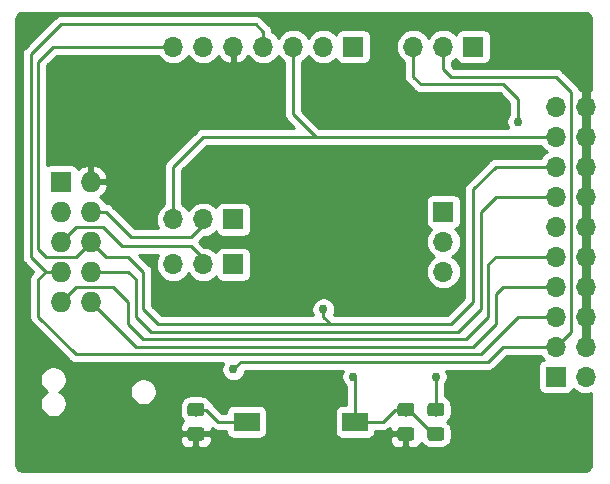
<source format=gbr>
G04 #@! TF.GenerationSoftware,KiCad,Pcbnew,5.1.4-e60b266~84~ubuntu19.04.1*
G04 #@! TF.CreationDate,2019-09-18T22:19:55+02:00*
G04 #@! TF.ProjectId,jlink-tagConnect-adapter,6a6c696e-6b2d-4746-9167-436f6e6e6563,rev?*
G04 #@! TF.SameCoordinates,Original*
G04 #@! TF.FileFunction,Copper,L1,Top*
G04 #@! TF.FilePolarity,Positive*
%FSLAX46Y46*%
G04 Gerber Fmt 4.6, Leading zero omitted, Abs format (unit mm)*
G04 Created by KiCad (PCBNEW 5.1.4-e60b266~84~ubuntu19.04.1) date 2019-09-18 22:19:55*
%MOMM*%
%LPD*%
G04 APERTURE LIST*
%ADD10O,1.700000X1.700000*%
%ADD11R,1.700000X1.700000*%
%ADD12R,1.727200X1.727200*%
%ADD13O,1.727200X1.727200*%
%ADD14C,0.100000*%
%ADD15C,1.150000*%
%ADD16R,2.180000X1.600000*%
%ADD17C,0.762000*%
%ADD18C,0.254000*%
%ADD19C,0.250000*%
%ADD20C,0.762000*%
%ADD21C,0.508000*%
G04 APERTURE END LIST*
D10*
X143637000Y-86741000D03*
X141097000Y-86741000D03*
X143637000Y-89281000D03*
X141097000Y-89281000D03*
X143637000Y-91821000D03*
X141097000Y-91821000D03*
X143637000Y-94361000D03*
X141097000Y-94361000D03*
X143637000Y-96901000D03*
X141097000Y-96901000D03*
X143637000Y-99441000D03*
X141097000Y-99441000D03*
X143637000Y-101981000D03*
X141097000Y-101981000D03*
X143637000Y-104521000D03*
X141097000Y-104521000D03*
X143637000Y-107061000D03*
X141097000Y-107061000D03*
X143637000Y-109601000D03*
D11*
X141097000Y-109601000D03*
D12*
X99187000Y-93091000D03*
D13*
X101727000Y-93091000D03*
X99187000Y-95631000D03*
X101727000Y-95631000D03*
X99187000Y-98171000D03*
X101727000Y-98171000D03*
X99187000Y-100711000D03*
X101727000Y-100711000D03*
X99187000Y-103251000D03*
X101727000Y-103251000D03*
D14*
G36*
X128871505Y-111812204D02*
G01*
X128895773Y-111815804D01*
X128919572Y-111821765D01*
X128942671Y-111830030D01*
X128964850Y-111840520D01*
X128985893Y-111853132D01*
X129005599Y-111867747D01*
X129023777Y-111884223D01*
X129040253Y-111902401D01*
X129054868Y-111922107D01*
X129067480Y-111943150D01*
X129077970Y-111965329D01*
X129086235Y-111988428D01*
X129092196Y-112012227D01*
X129095796Y-112036495D01*
X129097000Y-112060999D01*
X129097000Y-112711001D01*
X129095796Y-112735505D01*
X129092196Y-112759773D01*
X129086235Y-112783572D01*
X129077970Y-112806671D01*
X129067480Y-112828850D01*
X129054868Y-112849893D01*
X129040253Y-112869599D01*
X129023777Y-112887777D01*
X129005599Y-112904253D01*
X128985893Y-112918868D01*
X128964850Y-112931480D01*
X128942671Y-112941970D01*
X128919572Y-112950235D01*
X128895773Y-112956196D01*
X128871505Y-112959796D01*
X128847001Y-112961000D01*
X127946999Y-112961000D01*
X127922495Y-112959796D01*
X127898227Y-112956196D01*
X127874428Y-112950235D01*
X127851329Y-112941970D01*
X127829150Y-112931480D01*
X127808107Y-112918868D01*
X127788401Y-112904253D01*
X127770223Y-112887777D01*
X127753747Y-112869599D01*
X127739132Y-112849893D01*
X127726520Y-112828850D01*
X127716030Y-112806671D01*
X127707765Y-112783572D01*
X127701804Y-112759773D01*
X127698204Y-112735505D01*
X127697000Y-112711001D01*
X127697000Y-112060999D01*
X127698204Y-112036495D01*
X127701804Y-112012227D01*
X127707765Y-111988428D01*
X127716030Y-111965329D01*
X127726520Y-111943150D01*
X127739132Y-111922107D01*
X127753747Y-111902401D01*
X127770223Y-111884223D01*
X127788401Y-111867747D01*
X127808107Y-111853132D01*
X127829150Y-111840520D01*
X127851329Y-111830030D01*
X127874428Y-111821765D01*
X127898227Y-111815804D01*
X127922495Y-111812204D01*
X127946999Y-111811000D01*
X128847001Y-111811000D01*
X128871505Y-111812204D01*
X128871505Y-111812204D01*
G37*
D15*
X128397000Y-112386000D03*
D14*
G36*
X128871505Y-113862204D02*
G01*
X128895773Y-113865804D01*
X128919572Y-113871765D01*
X128942671Y-113880030D01*
X128964850Y-113890520D01*
X128985893Y-113903132D01*
X129005599Y-113917747D01*
X129023777Y-113934223D01*
X129040253Y-113952401D01*
X129054868Y-113972107D01*
X129067480Y-113993150D01*
X129077970Y-114015329D01*
X129086235Y-114038428D01*
X129092196Y-114062227D01*
X129095796Y-114086495D01*
X129097000Y-114110999D01*
X129097000Y-114761001D01*
X129095796Y-114785505D01*
X129092196Y-114809773D01*
X129086235Y-114833572D01*
X129077970Y-114856671D01*
X129067480Y-114878850D01*
X129054868Y-114899893D01*
X129040253Y-114919599D01*
X129023777Y-114937777D01*
X129005599Y-114954253D01*
X128985893Y-114968868D01*
X128964850Y-114981480D01*
X128942671Y-114991970D01*
X128919572Y-115000235D01*
X128895773Y-115006196D01*
X128871505Y-115009796D01*
X128847001Y-115011000D01*
X127946999Y-115011000D01*
X127922495Y-115009796D01*
X127898227Y-115006196D01*
X127874428Y-115000235D01*
X127851329Y-114991970D01*
X127829150Y-114981480D01*
X127808107Y-114968868D01*
X127788401Y-114954253D01*
X127770223Y-114937777D01*
X127753747Y-114919599D01*
X127739132Y-114899893D01*
X127726520Y-114878850D01*
X127716030Y-114856671D01*
X127707765Y-114833572D01*
X127701804Y-114809773D01*
X127698204Y-114785505D01*
X127697000Y-114761001D01*
X127697000Y-114110999D01*
X127698204Y-114086495D01*
X127701804Y-114062227D01*
X127707765Y-114038428D01*
X127716030Y-114015329D01*
X127726520Y-113993150D01*
X127739132Y-113972107D01*
X127753747Y-113952401D01*
X127770223Y-113934223D01*
X127788401Y-113917747D01*
X127808107Y-113903132D01*
X127829150Y-113890520D01*
X127851329Y-113880030D01*
X127874428Y-113871765D01*
X127898227Y-113865804D01*
X127922495Y-113862204D01*
X127946999Y-113861000D01*
X128847001Y-113861000D01*
X128871505Y-113862204D01*
X128871505Y-113862204D01*
G37*
D15*
X128397000Y-114436000D03*
D11*
X123952000Y-81661000D03*
D10*
X121412000Y-81661000D03*
X118872000Y-81661000D03*
X116332000Y-81661000D03*
X113792000Y-81661000D03*
X111252000Y-81661000D03*
X108712000Y-81661000D03*
D11*
X134112000Y-81661000D03*
D10*
X131572000Y-81661000D03*
X129032000Y-81661000D03*
D11*
X131572000Y-95631000D03*
D10*
X131572000Y-98171000D03*
X131572000Y-100711000D03*
D11*
X113792000Y-96266000D03*
D10*
X111252000Y-96266000D03*
X108712000Y-96266000D03*
X108712000Y-100076000D03*
X111252000Y-100076000D03*
D11*
X113792000Y-100076000D03*
D14*
G36*
X131411505Y-113862204D02*
G01*
X131435773Y-113865804D01*
X131459572Y-113871765D01*
X131482671Y-113880030D01*
X131504850Y-113890520D01*
X131525893Y-113903132D01*
X131545599Y-113917747D01*
X131563777Y-113934223D01*
X131580253Y-113952401D01*
X131594868Y-113972107D01*
X131607480Y-113993150D01*
X131617970Y-114015329D01*
X131626235Y-114038428D01*
X131632196Y-114062227D01*
X131635796Y-114086495D01*
X131637000Y-114110999D01*
X131637000Y-114761001D01*
X131635796Y-114785505D01*
X131632196Y-114809773D01*
X131626235Y-114833572D01*
X131617970Y-114856671D01*
X131607480Y-114878850D01*
X131594868Y-114899893D01*
X131580253Y-114919599D01*
X131563777Y-114937777D01*
X131545599Y-114954253D01*
X131525893Y-114968868D01*
X131504850Y-114981480D01*
X131482671Y-114991970D01*
X131459572Y-115000235D01*
X131435773Y-115006196D01*
X131411505Y-115009796D01*
X131387001Y-115011000D01*
X130486999Y-115011000D01*
X130462495Y-115009796D01*
X130438227Y-115006196D01*
X130414428Y-115000235D01*
X130391329Y-114991970D01*
X130369150Y-114981480D01*
X130348107Y-114968868D01*
X130328401Y-114954253D01*
X130310223Y-114937777D01*
X130293747Y-114919599D01*
X130279132Y-114899893D01*
X130266520Y-114878850D01*
X130256030Y-114856671D01*
X130247765Y-114833572D01*
X130241804Y-114809773D01*
X130238204Y-114785505D01*
X130237000Y-114761001D01*
X130237000Y-114110999D01*
X130238204Y-114086495D01*
X130241804Y-114062227D01*
X130247765Y-114038428D01*
X130256030Y-114015329D01*
X130266520Y-113993150D01*
X130279132Y-113972107D01*
X130293747Y-113952401D01*
X130310223Y-113934223D01*
X130328401Y-113917747D01*
X130348107Y-113903132D01*
X130369150Y-113890520D01*
X130391329Y-113880030D01*
X130414428Y-113871765D01*
X130438227Y-113865804D01*
X130462495Y-113862204D01*
X130486999Y-113861000D01*
X131387001Y-113861000D01*
X131411505Y-113862204D01*
X131411505Y-113862204D01*
G37*
D15*
X130937000Y-114436000D03*
D14*
G36*
X131411505Y-111812204D02*
G01*
X131435773Y-111815804D01*
X131459572Y-111821765D01*
X131482671Y-111830030D01*
X131504850Y-111840520D01*
X131525893Y-111853132D01*
X131545599Y-111867747D01*
X131563777Y-111884223D01*
X131580253Y-111902401D01*
X131594868Y-111922107D01*
X131607480Y-111943150D01*
X131617970Y-111965329D01*
X131626235Y-111988428D01*
X131632196Y-112012227D01*
X131635796Y-112036495D01*
X131637000Y-112060999D01*
X131637000Y-112711001D01*
X131635796Y-112735505D01*
X131632196Y-112759773D01*
X131626235Y-112783572D01*
X131617970Y-112806671D01*
X131607480Y-112828850D01*
X131594868Y-112849893D01*
X131580253Y-112869599D01*
X131563777Y-112887777D01*
X131545599Y-112904253D01*
X131525893Y-112918868D01*
X131504850Y-112931480D01*
X131482671Y-112941970D01*
X131459572Y-112950235D01*
X131435773Y-112956196D01*
X131411505Y-112959796D01*
X131387001Y-112961000D01*
X130486999Y-112961000D01*
X130462495Y-112959796D01*
X130438227Y-112956196D01*
X130414428Y-112950235D01*
X130391329Y-112941970D01*
X130369150Y-112931480D01*
X130348107Y-112918868D01*
X130328401Y-112904253D01*
X130310223Y-112887777D01*
X130293747Y-112869599D01*
X130279132Y-112849893D01*
X130266520Y-112828850D01*
X130256030Y-112806671D01*
X130247765Y-112783572D01*
X130241804Y-112759773D01*
X130238204Y-112735505D01*
X130237000Y-112711001D01*
X130237000Y-112060999D01*
X130238204Y-112036495D01*
X130241804Y-112012227D01*
X130247765Y-111988428D01*
X130256030Y-111965329D01*
X130266520Y-111943150D01*
X130279132Y-111922107D01*
X130293747Y-111902401D01*
X130310223Y-111884223D01*
X130328401Y-111867747D01*
X130348107Y-111853132D01*
X130369150Y-111840520D01*
X130391329Y-111830030D01*
X130414428Y-111821765D01*
X130438227Y-111815804D01*
X130462495Y-111812204D01*
X130486999Y-111811000D01*
X131387001Y-111811000D01*
X131411505Y-111812204D01*
X131411505Y-111812204D01*
G37*
D15*
X130937000Y-112386000D03*
D14*
G36*
X111091505Y-113862204D02*
G01*
X111115773Y-113865804D01*
X111139572Y-113871765D01*
X111162671Y-113880030D01*
X111184850Y-113890520D01*
X111205893Y-113903132D01*
X111225599Y-113917747D01*
X111243777Y-113934223D01*
X111260253Y-113952401D01*
X111274868Y-113972107D01*
X111287480Y-113993150D01*
X111297970Y-114015329D01*
X111306235Y-114038428D01*
X111312196Y-114062227D01*
X111315796Y-114086495D01*
X111317000Y-114110999D01*
X111317000Y-114761001D01*
X111315796Y-114785505D01*
X111312196Y-114809773D01*
X111306235Y-114833572D01*
X111297970Y-114856671D01*
X111287480Y-114878850D01*
X111274868Y-114899893D01*
X111260253Y-114919599D01*
X111243777Y-114937777D01*
X111225599Y-114954253D01*
X111205893Y-114968868D01*
X111184850Y-114981480D01*
X111162671Y-114991970D01*
X111139572Y-115000235D01*
X111115773Y-115006196D01*
X111091505Y-115009796D01*
X111067001Y-115011000D01*
X110166999Y-115011000D01*
X110142495Y-115009796D01*
X110118227Y-115006196D01*
X110094428Y-115000235D01*
X110071329Y-114991970D01*
X110049150Y-114981480D01*
X110028107Y-114968868D01*
X110008401Y-114954253D01*
X109990223Y-114937777D01*
X109973747Y-114919599D01*
X109959132Y-114899893D01*
X109946520Y-114878850D01*
X109936030Y-114856671D01*
X109927765Y-114833572D01*
X109921804Y-114809773D01*
X109918204Y-114785505D01*
X109917000Y-114761001D01*
X109917000Y-114110999D01*
X109918204Y-114086495D01*
X109921804Y-114062227D01*
X109927765Y-114038428D01*
X109936030Y-114015329D01*
X109946520Y-113993150D01*
X109959132Y-113972107D01*
X109973747Y-113952401D01*
X109990223Y-113934223D01*
X110008401Y-113917747D01*
X110028107Y-113903132D01*
X110049150Y-113890520D01*
X110071329Y-113880030D01*
X110094428Y-113871765D01*
X110118227Y-113865804D01*
X110142495Y-113862204D01*
X110166999Y-113861000D01*
X111067001Y-113861000D01*
X111091505Y-113862204D01*
X111091505Y-113862204D01*
G37*
D15*
X110617000Y-114436000D03*
D14*
G36*
X111091505Y-111812204D02*
G01*
X111115773Y-111815804D01*
X111139572Y-111821765D01*
X111162671Y-111830030D01*
X111184850Y-111840520D01*
X111205893Y-111853132D01*
X111225599Y-111867747D01*
X111243777Y-111884223D01*
X111260253Y-111902401D01*
X111274868Y-111922107D01*
X111287480Y-111943150D01*
X111297970Y-111965329D01*
X111306235Y-111988428D01*
X111312196Y-112012227D01*
X111315796Y-112036495D01*
X111317000Y-112060999D01*
X111317000Y-112711001D01*
X111315796Y-112735505D01*
X111312196Y-112759773D01*
X111306235Y-112783572D01*
X111297970Y-112806671D01*
X111287480Y-112828850D01*
X111274868Y-112849893D01*
X111260253Y-112869599D01*
X111243777Y-112887777D01*
X111225599Y-112904253D01*
X111205893Y-112918868D01*
X111184850Y-112931480D01*
X111162671Y-112941970D01*
X111139572Y-112950235D01*
X111115773Y-112956196D01*
X111091505Y-112959796D01*
X111067001Y-112961000D01*
X110166999Y-112961000D01*
X110142495Y-112959796D01*
X110118227Y-112956196D01*
X110094428Y-112950235D01*
X110071329Y-112941970D01*
X110049150Y-112931480D01*
X110028107Y-112918868D01*
X110008401Y-112904253D01*
X109990223Y-112887777D01*
X109973747Y-112869599D01*
X109959132Y-112849893D01*
X109946520Y-112828850D01*
X109936030Y-112806671D01*
X109927765Y-112783572D01*
X109921804Y-112759773D01*
X109918204Y-112735505D01*
X109917000Y-112711001D01*
X109917000Y-112060999D01*
X109918204Y-112036495D01*
X109921804Y-112012227D01*
X109927765Y-111988428D01*
X109936030Y-111965329D01*
X109946520Y-111943150D01*
X109959132Y-111922107D01*
X109973747Y-111902401D01*
X109990223Y-111884223D01*
X110008401Y-111867747D01*
X110028107Y-111853132D01*
X110049150Y-111840520D01*
X110071329Y-111830030D01*
X110094428Y-111821765D01*
X110118227Y-111815804D01*
X110142495Y-111812204D01*
X110166999Y-111811000D01*
X111067001Y-111811000D01*
X111091505Y-111812204D01*
X111091505Y-111812204D01*
G37*
D15*
X110617000Y-112386000D03*
D16*
X114917000Y-113411000D03*
X124097000Y-113411000D03*
D17*
X121412000Y-103886000D03*
X123952000Y-109601000D03*
X129032000Y-93726000D03*
X129032000Y-102616000D03*
X128397000Y-115951000D03*
X110617000Y-115951000D03*
X138557000Y-108331000D03*
X111887000Y-92456000D03*
X120142000Y-92456000D03*
X130937000Y-109601000D03*
X113792000Y-108966000D03*
X137922000Y-88011000D03*
D18*
X128397000Y-112386000D02*
X128642000Y-112386000D01*
X130692000Y-114436000D02*
X130937000Y-114436000D01*
X128642000Y-112386000D02*
X130692000Y-114436000D01*
X128397000Y-112386000D02*
X127517000Y-112386000D01*
X126492000Y-113411000D02*
X124097000Y-113411000D01*
X127517000Y-112386000D02*
X126492000Y-113411000D01*
X141097000Y-91821000D02*
X136017000Y-91821000D01*
X136017000Y-91821000D02*
X134112000Y-93726000D01*
X134112000Y-93726000D02*
X134112000Y-103251000D01*
X134112000Y-103251000D02*
X132207000Y-105156000D01*
X102362000Y-98171000D02*
X101727000Y-98171000D01*
X132207000Y-105156000D02*
X126492000Y-105156000D01*
X107442000Y-105156000D02*
X106172000Y-103886000D01*
X106172000Y-103886000D02*
X106172000Y-100711000D01*
X106172000Y-100711000D02*
X104902000Y-99441000D01*
X102997000Y-99441000D02*
X101727000Y-98171000D01*
X104902000Y-99441000D02*
X102997000Y-99441000D01*
D19*
X98552000Y-81661000D02*
X108712000Y-81661000D01*
X101727000Y-98171000D02*
X100457000Y-99441000D01*
X100457000Y-99441000D02*
X97917000Y-99441000D01*
X97917000Y-99441000D02*
X97282000Y-98806000D01*
X97282000Y-98806000D02*
X97282000Y-82931000D01*
X97282000Y-82931000D02*
X98552000Y-81661000D01*
D18*
X122047000Y-105156000D02*
X107442000Y-105156000D01*
X126492000Y-105156000D02*
X122047000Y-105156000D01*
D19*
X121412000Y-103886000D02*
X121412000Y-103886000D01*
X124097000Y-109746000D02*
X123952000Y-109601000D01*
X124097000Y-113411000D02*
X124097000Y-109746000D01*
X121412000Y-104521000D02*
X122047000Y-105156000D01*
X121412000Y-103886000D02*
X121412000Y-104521000D01*
D20*
X143637000Y-86741000D02*
X143637000Y-89281000D01*
X143637000Y-89281000D02*
X143637000Y-91821000D01*
X143637000Y-91821000D02*
X143637000Y-94361000D01*
X143637000Y-94361000D02*
X143637000Y-96901000D01*
X143637000Y-96901000D02*
X143637000Y-99441000D01*
X143637000Y-99441000D02*
X143637000Y-101981000D01*
X143637000Y-101981000D02*
X143637000Y-104521000D01*
X143637000Y-104521000D02*
X143637000Y-107061000D01*
D21*
X143637000Y-107061000D02*
X143510000Y-107061000D01*
D20*
X143637000Y-86741000D02*
X143637000Y-84836000D01*
D18*
X136652000Y-101981000D02*
X136017000Y-102616000D01*
X134112000Y-107061000D02*
X105537000Y-107061000D01*
X136017000Y-105156000D02*
X134112000Y-107061000D01*
X136017000Y-102616000D02*
X136017000Y-105156000D01*
X141097000Y-101981000D02*
X136652000Y-101981000D01*
X105537000Y-107061000D02*
X101727000Y-103251000D01*
X121412000Y-81026000D02*
X121412000Y-81661000D01*
X141097000Y-99441000D02*
X136017000Y-99441000D01*
X100457000Y-101981000D02*
X99187000Y-103251000D01*
X136017000Y-99441000D02*
X135382000Y-100076000D01*
X133477000Y-106426000D02*
X106172000Y-106426000D01*
X135382000Y-104521000D02*
X133477000Y-106426000D01*
X135382000Y-100076000D02*
X135382000Y-104521000D01*
X104902000Y-105156000D02*
X104902000Y-103251000D01*
X103632000Y-101981000D02*
X100457000Y-101981000D01*
X106172000Y-106426000D02*
X104902000Y-105156000D01*
X104902000Y-103251000D02*
X103632000Y-101981000D01*
X108712000Y-91821000D02*
X108712000Y-96266000D01*
X111252000Y-89281000D02*
X108712000Y-91821000D01*
X118872000Y-81661000D02*
X118872000Y-87376000D01*
X116967000Y-89281000D02*
X111252000Y-89281000D01*
X141097000Y-89281000D02*
X120777000Y-89281000D01*
X118872000Y-87376000D02*
X120777000Y-89281000D01*
X120777000Y-89281000D02*
X116967000Y-89281000D01*
D19*
X141097000Y-104521000D02*
X137922000Y-104521000D01*
X137922000Y-104521000D02*
X134747000Y-107696000D01*
X134747000Y-107696000D02*
X100457000Y-107696000D01*
X100457000Y-107696000D02*
X97282000Y-104521000D01*
X97282000Y-104521000D02*
X97282000Y-101346000D01*
X97917000Y-100711000D02*
X99187000Y-100711000D01*
X97282000Y-101346000D02*
X97917000Y-100711000D01*
X96647000Y-99441000D02*
X96647000Y-82296000D01*
X97917000Y-100711000D02*
X96647000Y-99441000D01*
X96647000Y-82296000D02*
X99187000Y-79756000D01*
X116332000Y-80391000D02*
X116332000Y-81661000D01*
X115697000Y-79756000D02*
X116332000Y-80391000D01*
X99187000Y-79756000D02*
X115697000Y-79756000D01*
D18*
X130937000Y-109601000D02*
X130937000Y-112386000D01*
X104902000Y-100711000D02*
X101727000Y-100711000D01*
X141097000Y-94361000D02*
X136017000Y-94361000D01*
X105537000Y-104521000D02*
X105537000Y-101346000D01*
X106807000Y-105791000D02*
X105537000Y-104521000D01*
X134747000Y-95631000D02*
X134747000Y-103886000D01*
X134747000Y-103886000D02*
X132842000Y-105791000D01*
X136017000Y-94361000D02*
X134747000Y-95631000D01*
X132842000Y-105791000D02*
X106807000Y-105791000D01*
X105537000Y-101346000D02*
X104902000Y-100711000D01*
X142367000Y-105791000D02*
X142367000Y-85471000D01*
X141097000Y-107061000D02*
X142367000Y-105791000D01*
X131572000Y-83566000D02*
X131572000Y-81661000D01*
X141097000Y-84201000D02*
X132207000Y-84201000D01*
X132207000Y-84201000D02*
X131572000Y-83566000D01*
X142367000Y-85471000D02*
X141097000Y-84201000D01*
D19*
X141097000Y-107061000D02*
X136652000Y-107061000D01*
X136652000Y-107061000D02*
X135382000Y-108331000D01*
X135382000Y-108331000D02*
X114427000Y-108331000D01*
X114427000Y-108331000D02*
X113792000Y-108966000D01*
X113792000Y-108966000D02*
X113792000Y-108966000D01*
D18*
X137922000Y-88011000D02*
X137922000Y-86106000D01*
X137922000Y-86106000D02*
X136652000Y-84836000D01*
X136652000Y-84836000D02*
X129667000Y-84836000D01*
X129032000Y-84201000D02*
X129032000Y-81661000D01*
X129667000Y-84836000D02*
X129032000Y-84201000D01*
X111252000Y-96266000D02*
X111252000Y-96901000D01*
X110236000Y-97790000D02*
X105156000Y-97790000D01*
X105156000Y-97790000D02*
X102997000Y-95631000D01*
X111252000Y-96266000D02*
X111252000Y-96774000D01*
X102997000Y-95631000D02*
X101727000Y-95631000D01*
X111252000Y-96774000D02*
X110236000Y-97790000D01*
X111252000Y-100076000D02*
X111252000Y-99568000D01*
X111252000Y-99568000D02*
X110236000Y-98552000D01*
X110236000Y-98552000D02*
X104394000Y-98552000D01*
X104394000Y-98552000D02*
X102743000Y-96901000D01*
X100457000Y-96901000D02*
X99187000Y-98171000D01*
X102743000Y-96901000D02*
X100457000Y-96901000D01*
X110617000Y-112386000D02*
X111497000Y-112386000D01*
X111497000Y-112386000D02*
X112522000Y-113411000D01*
X112522000Y-113411000D02*
X114917000Y-113411000D01*
G36*
X143627869Y-78779722D02*
G01*
X143741246Y-78813953D01*
X143845819Y-78869555D01*
X143937596Y-78944407D01*
X144013091Y-79035664D01*
X144069419Y-79139844D01*
X144104440Y-79252976D01*
X144120000Y-79401022D01*
X144120000Y-85344254D01*
X143993891Y-85299519D01*
X143764000Y-85420186D01*
X143764000Y-86614000D01*
X143784000Y-86614000D01*
X143784000Y-86868000D01*
X143764000Y-86868000D01*
X143764000Y-89154000D01*
X143784000Y-89154000D01*
X143784000Y-89408000D01*
X143764000Y-89408000D01*
X143764000Y-91694000D01*
X143784000Y-91694000D01*
X143784000Y-91948000D01*
X143764000Y-91948000D01*
X143764000Y-94234000D01*
X143784000Y-94234000D01*
X143784000Y-94488000D01*
X143764000Y-94488000D01*
X143764000Y-96774000D01*
X143784000Y-96774000D01*
X143784000Y-97028000D01*
X143764000Y-97028000D01*
X143764000Y-99314000D01*
X143784000Y-99314000D01*
X143784000Y-99568000D01*
X143764000Y-99568000D01*
X143764000Y-101854000D01*
X143784000Y-101854000D01*
X143784000Y-102108000D01*
X143764000Y-102108000D01*
X143764000Y-104394000D01*
X143784000Y-104394000D01*
X143784000Y-104648000D01*
X143764000Y-104648000D01*
X143764000Y-106934000D01*
X143784000Y-106934000D01*
X143784000Y-107188000D01*
X143764000Y-107188000D01*
X143764000Y-107208000D01*
X143510000Y-107208000D01*
X143510000Y-107188000D01*
X143490000Y-107188000D01*
X143490000Y-106934000D01*
X143510000Y-106934000D01*
X143510000Y-104648000D01*
X143490000Y-104648000D01*
X143490000Y-104394000D01*
X143510000Y-104394000D01*
X143510000Y-102108000D01*
X143490000Y-102108000D01*
X143490000Y-101854000D01*
X143510000Y-101854000D01*
X143510000Y-99568000D01*
X143490000Y-99568000D01*
X143490000Y-99314000D01*
X143510000Y-99314000D01*
X143510000Y-97028000D01*
X143490000Y-97028000D01*
X143490000Y-96774000D01*
X143510000Y-96774000D01*
X143510000Y-94488000D01*
X143490000Y-94488000D01*
X143490000Y-94234000D01*
X143510000Y-94234000D01*
X143510000Y-91948000D01*
X143490000Y-91948000D01*
X143490000Y-91694000D01*
X143510000Y-91694000D01*
X143510000Y-89408000D01*
X143490000Y-89408000D01*
X143490000Y-89154000D01*
X143510000Y-89154000D01*
X143510000Y-86868000D01*
X143490000Y-86868000D01*
X143490000Y-86614000D01*
X143510000Y-86614000D01*
X143510000Y-85420186D01*
X143280109Y-85299519D01*
X143121344Y-85355838D01*
X143117974Y-85321622D01*
X143074402Y-85177985D01*
X143003645Y-85045608D01*
X142908422Y-84929578D01*
X142879352Y-84905721D01*
X141662284Y-83688654D01*
X141638422Y-83659578D01*
X141522392Y-83564355D01*
X141390015Y-83493598D01*
X141246378Y-83450026D01*
X141134426Y-83439000D01*
X141134423Y-83439000D01*
X141097000Y-83435314D01*
X141059577Y-83439000D01*
X132522630Y-83439000D01*
X132334000Y-83250370D01*
X132334000Y-82937526D01*
X132401014Y-82901706D01*
X132627134Y-82716134D01*
X132651607Y-82686313D01*
X132672498Y-82755180D01*
X132731463Y-82865494D01*
X132810815Y-82962185D01*
X132907506Y-83041537D01*
X133017820Y-83100502D01*
X133137518Y-83136812D01*
X133262000Y-83149072D01*
X134962000Y-83149072D01*
X135086482Y-83136812D01*
X135206180Y-83100502D01*
X135316494Y-83041537D01*
X135413185Y-82962185D01*
X135492537Y-82865494D01*
X135551502Y-82755180D01*
X135587812Y-82635482D01*
X135600072Y-82511000D01*
X135600072Y-80811000D01*
X135587812Y-80686518D01*
X135551502Y-80566820D01*
X135492537Y-80456506D01*
X135413185Y-80359815D01*
X135316494Y-80280463D01*
X135206180Y-80221498D01*
X135086482Y-80185188D01*
X134962000Y-80172928D01*
X133262000Y-80172928D01*
X133137518Y-80185188D01*
X133017820Y-80221498D01*
X132907506Y-80280463D01*
X132810815Y-80359815D01*
X132731463Y-80456506D01*
X132672498Y-80566820D01*
X132651607Y-80635687D01*
X132627134Y-80605866D01*
X132401014Y-80420294D01*
X132143034Y-80282401D01*
X131863111Y-80197487D01*
X131644950Y-80176000D01*
X131499050Y-80176000D01*
X131280889Y-80197487D01*
X131000966Y-80282401D01*
X130742986Y-80420294D01*
X130516866Y-80605866D01*
X130331294Y-80831986D01*
X130302000Y-80886791D01*
X130272706Y-80831986D01*
X130087134Y-80605866D01*
X129861014Y-80420294D01*
X129603034Y-80282401D01*
X129323111Y-80197487D01*
X129104950Y-80176000D01*
X128959050Y-80176000D01*
X128740889Y-80197487D01*
X128460966Y-80282401D01*
X128202986Y-80420294D01*
X127976866Y-80605866D01*
X127791294Y-80831986D01*
X127653401Y-81089966D01*
X127568487Y-81369889D01*
X127539815Y-81661000D01*
X127568487Y-81952111D01*
X127653401Y-82232034D01*
X127791294Y-82490014D01*
X127976866Y-82716134D01*
X128202986Y-82901706D01*
X128270000Y-82937526D01*
X128270000Y-84163577D01*
X128266314Y-84201000D01*
X128270000Y-84238423D01*
X128270000Y-84238425D01*
X128281026Y-84350377D01*
X128324598Y-84494014D01*
X128350773Y-84542984D01*
X128395355Y-84626392D01*
X128434983Y-84674678D01*
X128490578Y-84742422D01*
X128519654Y-84766284D01*
X129101716Y-85348346D01*
X129125578Y-85377422D01*
X129194000Y-85433574D01*
X129241607Y-85472645D01*
X129312364Y-85510465D01*
X129373985Y-85543402D01*
X129517622Y-85586974D01*
X129629574Y-85598000D01*
X129629577Y-85598000D01*
X129667000Y-85601686D01*
X129704423Y-85598000D01*
X136336370Y-85598000D01*
X137160001Y-86421632D01*
X137160000Y-87336159D01*
X137132821Y-87363338D01*
X137021632Y-87529744D01*
X136945044Y-87714644D01*
X136906000Y-87910933D01*
X136906000Y-88111067D01*
X136945044Y-88307356D01*
X137021632Y-88492256D01*
X137039502Y-88519000D01*
X121092631Y-88519000D01*
X119634000Y-87060370D01*
X119634000Y-82937526D01*
X119701014Y-82901706D01*
X119927134Y-82716134D01*
X120112706Y-82490014D01*
X120142000Y-82435209D01*
X120171294Y-82490014D01*
X120356866Y-82716134D01*
X120582986Y-82901706D01*
X120840966Y-83039599D01*
X121120889Y-83124513D01*
X121339050Y-83146000D01*
X121484950Y-83146000D01*
X121703111Y-83124513D01*
X121983034Y-83039599D01*
X122241014Y-82901706D01*
X122467134Y-82716134D01*
X122491607Y-82686313D01*
X122512498Y-82755180D01*
X122571463Y-82865494D01*
X122650815Y-82962185D01*
X122747506Y-83041537D01*
X122857820Y-83100502D01*
X122977518Y-83136812D01*
X123102000Y-83149072D01*
X124802000Y-83149072D01*
X124926482Y-83136812D01*
X125046180Y-83100502D01*
X125156494Y-83041537D01*
X125253185Y-82962185D01*
X125332537Y-82865494D01*
X125391502Y-82755180D01*
X125427812Y-82635482D01*
X125440072Y-82511000D01*
X125440072Y-80811000D01*
X125427812Y-80686518D01*
X125391502Y-80566820D01*
X125332537Y-80456506D01*
X125253185Y-80359815D01*
X125156494Y-80280463D01*
X125046180Y-80221498D01*
X124926482Y-80185188D01*
X124802000Y-80172928D01*
X123102000Y-80172928D01*
X122977518Y-80185188D01*
X122857820Y-80221498D01*
X122747506Y-80280463D01*
X122650815Y-80359815D01*
X122571463Y-80456506D01*
X122512498Y-80566820D01*
X122491607Y-80635687D01*
X122467134Y-80605866D01*
X122241014Y-80420294D01*
X121983034Y-80282401D01*
X121703111Y-80197487D01*
X121484950Y-80176000D01*
X121339050Y-80176000D01*
X121120889Y-80197487D01*
X120840966Y-80282401D01*
X120582986Y-80420294D01*
X120356866Y-80605866D01*
X120171294Y-80831986D01*
X120142000Y-80886791D01*
X120112706Y-80831986D01*
X119927134Y-80605866D01*
X119701014Y-80420294D01*
X119443034Y-80282401D01*
X119163111Y-80197487D01*
X118944950Y-80176000D01*
X118799050Y-80176000D01*
X118580889Y-80197487D01*
X118300966Y-80282401D01*
X118042986Y-80420294D01*
X117816866Y-80605866D01*
X117631294Y-80831986D01*
X117602000Y-80886791D01*
X117572706Y-80831986D01*
X117387134Y-80605866D01*
X117161014Y-80420294D01*
X117095092Y-80385058D01*
X117081003Y-80242014D01*
X117037546Y-80098753D01*
X116966974Y-79966724D01*
X116916306Y-79904985D01*
X116872001Y-79850999D01*
X116843004Y-79827202D01*
X116260803Y-79245002D01*
X116237001Y-79215999D01*
X116121276Y-79121026D01*
X115989247Y-79050454D01*
X115845986Y-79006997D01*
X115734333Y-78996000D01*
X115734322Y-78996000D01*
X115697000Y-78992324D01*
X115659678Y-78996000D01*
X99224322Y-78996000D01*
X99186999Y-78992324D01*
X99149676Y-78996000D01*
X99149667Y-78996000D01*
X99038014Y-79006997D01*
X98894753Y-79050454D01*
X98762724Y-79121026D01*
X98762502Y-79121208D01*
X98675996Y-79192201D01*
X98675992Y-79192205D01*
X98646999Y-79215999D01*
X98623205Y-79244992D01*
X96135998Y-81732201D01*
X96107000Y-81755999D01*
X96083202Y-81784997D01*
X96083201Y-81784998D01*
X96012026Y-81871724D01*
X95941454Y-82003754D01*
X95937166Y-82017891D01*
X95897998Y-82147014D01*
X95892681Y-82201001D01*
X95883324Y-82296000D01*
X95887001Y-82333333D01*
X95887000Y-99403678D01*
X95883324Y-99441000D01*
X95887000Y-99478322D01*
X95887000Y-99478332D01*
X95897997Y-99589985D01*
X95922148Y-99669600D01*
X95941454Y-99733246D01*
X96012026Y-99865276D01*
X96025740Y-99881986D01*
X96106999Y-99981001D01*
X96136003Y-100004804D01*
X96842199Y-100711000D01*
X96770998Y-100782201D01*
X96742000Y-100805999D01*
X96718202Y-100834997D01*
X96718201Y-100834998D01*
X96647026Y-100921724D01*
X96576454Y-101053754D01*
X96552982Y-101131134D01*
X96532998Y-101197014D01*
X96527681Y-101251001D01*
X96518324Y-101346000D01*
X96522001Y-101383332D01*
X96522000Y-104483677D01*
X96518324Y-104521000D01*
X96522000Y-104558322D01*
X96522000Y-104558332D01*
X96532997Y-104669985D01*
X96557148Y-104749600D01*
X96576454Y-104813246D01*
X96647026Y-104945276D01*
X96686871Y-104993826D01*
X96741999Y-105061001D01*
X96771003Y-105084804D01*
X99893201Y-108207003D01*
X99916999Y-108236001D01*
X99945997Y-108259799D01*
X100032723Y-108330974D01*
X100155324Y-108396506D01*
X100164753Y-108401546D01*
X100308014Y-108445003D01*
X100419667Y-108456000D01*
X100419676Y-108456000D01*
X100456999Y-108459676D01*
X100494322Y-108456000D01*
X112910838Y-108456000D01*
X112891632Y-108484744D01*
X112815044Y-108669644D01*
X112776000Y-108865933D01*
X112776000Y-109066067D01*
X112815044Y-109262356D01*
X112891632Y-109447256D01*
X113002821Y-109613662D01*
X113144338Y-109755179D01*
X113310744Y-109866368D01*
X113495644Y-109942956D01*
X113691933Y-109982000D01*
X113892067Y-109982000D01*
X114088356Y-109942956D01*
X114273256Y-109866368D01*
X114439662Y-109755179D01*
X114581179Y-109613662D01*
X114692368Y-109447256D01*
X114768956Y-109262356D01*
X114803041Y-109091000D01*
X123070838Y-109091000D01*
X123051632Y-109119744D01*
X122975044Y-109304644D01*
X122936000Y-109500933D01*
X122936000Y-109701067D01*
X122975044Y-109897356D01*
X123051632Y-110082256D01*
X123162821Y-110248662D01*
X123304338Y-110390179D01*
X123337001Y-110412004D01*
X123337000Y-111972928D01*
X123007000Y-111972928D01*
X122882518Y-111985188D01*
X122762820Y-112021498D01*
X122652506Y-112080463D01*
X122555815Y-112159815D01*
X122476463Y-112256506D01*
X122417498Y-112366820D01*
X122381188Y-112486518D01*
X122368928Y-112611000D01*
X122368928Y-114211000D01*
X122381188Y-114335482D01*
X122417498Y-114455180D01*
X122476463Y-114565494D01*
X122555815Y-114662185D01*
X122652506Y-114741537D01*
X122762820Y-114800502D01*
X122882518Y-114836812D01*
X123007000Y-114849072D01*
X125187000Y-114849072D01*
X125311482Y-114836812D01*
X125431180Y-114800502D01*
X125541494Y-114741537D01*
X125638185Y-114662185D01*
X125717537Y-114565494D01*
X125776502Y-114455180D01*
X125812812Y-114335482D01*
X125825072Y-114211000D01*
X125825072Y-114173000D01*
X126454577Y-114173000D01*
X126492000Y-114176686D01*
X126529423Y-114173000D01*
X126529426Y-114173000D01*
X126641378Y-114161974D01*
X126785015Y-114118402D01*
X126917392Y-114047645D01*
X127033422Y-113952422D01*
X127057284Y-113923346D01*
X127059566Y-113921064D01*
X127062000Y-114150250D01*
X127220750Y-114309000D01*
X128270000Y-114309000D01*
X128270000Y-114289000D01*
X128524000Y-114289000D01*
X128524000Y-114309000D01*
X128544000Y-114309000D01*
X128544000Y-114563000D01*
X128524000Y-114563000D01*
X128524000Y-115487250D01*
X128682750Y-115646000D01*
X129097000Y-115649072D01*
X129221482Y-115636812D01*
X129341180Y-115600502D01*
X129451494Y-115541537D01*
X129548185Y-115462185D01*
X129627537Y-115365494D01*
X129686502Y-115255180D01*
X129709136Y-115180565D01*
X129748595Y-115254387D01*
X129859038Y-115388962D01*
X129993613Y-115499405D01*
X130147149Y-115581472D01*
X130313745Y-115632008D01*
X130486999Y-115649072D01*
X131387001Y-115649072D01*
X131560255Y-115632008D01*
X131726851Y-115581472D01*
X131880387Y-115499405D01*
X132014962Y-115388962D01*
X132125405Y-115254387D01*
X132207472Y-115100851D01*
X132258008Y-114934255D01*
X132275072Y-114761001D01*
X132275072Y-114110999D01*
X132258008Y-113937745D01*
X132207472Y-113771149D01*
X132125405Y-113617613D01*
X132014962Y-113483038D01*
X131927184Y-113411000D01*
X132014962Y-113338962D01*
X132125405Y-113204387D01*
X132207472Y-113050851D01*
X132258008Y-112884255D01*
X132275072Y-112711001D01*
X132275072Y-112060999D01*
X132258008Y-111887745D01*
X132207472Y-111721149D01*
X132125405Y-111567613D01*
X132014962Y-111433038D01*
X131880387Y-111322595D01*
X131726851Y-111240528D01*
X131699000Y-111232080D01*
X131699000Y-110275841D01*
X131726179Y-110248662D01*
X131837368Y-110082256D01*
X131913956Y-109897356D01*
X131953000Y-109701067D01*
X131953000Y-109500933D01*
X131913956Y-109304644D01*
X131837368Y-109119744D01*
X131818162Y-109091000D01*
X135344678Y-109091000D01*
X135382000Y-109094676D01*
X135419322Y-109091000D01*
X135419333Y-109091000D01*
X135530986Y-109080003D01*
X135674247Y-109036546D01*
X135806276Y-108965974D01*
X135922001Y-108871001D01*
X135945804Y-108841997D01*
X136966802Y-107821000D01*
X139819405Y-107821000D01*
X139856294Y-107890014D01*
X140041866Y-108116134D01*
X140071687Y-108140607D01*
X140002820Y-108161498D01*
X139892506Y-108220463D01*
X139795815Y-108299815D01*
X139716463Y-108396506D01*
X139657498Y-108506820D01*
X139621188Y-108626518D01*
X139608928Y-108751000D01*
X139608928Y-110451000D01*
X139621188Y-110575482D01*
X139657498Y-110695180D01*
X139716463Y-110805494D01*
X139795815Y-110902185D01*
X139892506Y-110981537D01*
X140002820Y-111040502D01*
X140122518Y-111076812D01*
X140247000Y-111089072D01*
X141947000Y-111089072D01*
X142071482Y-111076812D01*
X142191180Y-111040502D01*
X142301494Y-110981537D01*
X142398185Y-110902185D01*
X142477537Y-110805494D01*
X142536502Y-110695180D01*
X142557393Y-110626313D01*
X142581866Y-110656134D01*
X142807986Y-110841706D01*
X143065966Y-110979599D01*
X143345889Y-111064513D01*
X143564050Y-111086000D01*
X143709950Y-111086000D01*
X143928111Y-111064513D01*
X144120001Y-111006304D01*
X144120001Y-116934711D01*
X144105278Y-117084869D01*
X144071047Y-117198246D01*
X144015446Y-117302817D01*
X143940594Y-117394595D01*
X143849335Y-117470091D01*
X143745160Y-117526419D01*
X143632024Y-117561440D01*
X143483979Y-117577000D01*
X96044279Y-117577000D01*
X95894131Y-117562278D01*
X95780754Y-117528047D01*
X95676183Y-117472446D01*
X95584405Y-117397594D01*
X95508909Y-117306335D01*
X95452581Y-117202160D01*
X95417560Y-117089024D01*
X95402000Y-116940979D01*
X95402000Y-115011000D01*
X109278928Y-115011000D01*
X109291188Y-115135482D01*
X109327498Y-115255180D01*
X109386463Y-115365494D01*
X109465815Y-115462185D01*
X109562506Y-115541537D01*
X109672820Y-115600502D01*
X109792518Y-115636812D01*
X109917000Y-115649072D01*
X110331250Y-115646000D01*
X110490000Y-115487250D01*
X110490000Y-114563000D01*
X110744000Y-114563000D01*
X110744000Y-115487250D01*
X110902750Y-115646000D01*
X111317000Y-115649072D01*
X111441482Y-115636812D01*
X111561180Y-115600502D01*
X111671494Y-115541537D01*
X111768185Y-115462185D01*
X111847537Y-115365494D01*
X111906502Y-115255180D01*
X111942812Y-115135482D01*
X111955072Y-115011000D01*
X127058928Y-115011000D01*
X127071188Y-115135482D01*
X127107498Y-115255180D01*
X127166463Y-115365494D01*
X127245815Y-115462185D01*
X127342506Y-115541537D01*
X127452820Y-115600502D01*
X127572518Y-115636812D01*
X127697000Y-115649072D01*
X128111250Y-115646000D01*
X128270000Y-115487250D01*
X128270000Y-114563000D01*
X127220750Y-114563000D01*
X127062000Y-114721750D01*
X127058928Y-115011000D01*
X111955072Y-115011000D01*
X111952000Y-114721750D01*
X111793250Y-114563000D01*
X110744000Y-114563000D01*
X110490000Y-114563000D01*
X109440750Y-114563000D01*
X109282000Y-114721750D01*
X109278928Y-115011000D01*
X95402000Y-115011000D01*
X95402000Y-109743675D01*
X97421700Y-109743675D01*
X97421700Y-109966325D01*
X97465137Y-110184696D01*
X97550341Y-110390398D01*
X97674039Y-110575524D01*
X97831476Y-110732961D01*
X98016602Y-110856659D01*
X98051224Y-110871000D01*
X98016602Y-110885341D01*
X97831476Y-111009039D01*
X97674039Y-111166476D01*
X97550341Y-111351602D01*
X97465137Y-111557304D01*
X97421700Y-111775675D01*
X97421700Y-111998325D01*
X97465137Y-112216696D01*
X97550341Y-112422398D01*
X97674039Y-112607524D01*
X97831476Y-112764961D01*
X98016602Y-112888659D01*
X98222304Y-112973863D01*
X98440675Y-113017300D01*
X98663325Y-113017300D01*
X98881696Y-112973863D01*
X99087398Y-112888659D01*
X99272524Y-112764961D01*
X99429961Y-112607524D01*
X99553659Y-112422398D01*
X99638863Y-112216696D01*
X99669833Y-112060999D01*
X109278928Y-112060999D01*
X109278928Y-112711001D01*
X109295992Y-112884255D01*
X109346528Y-113050851D01*
X109428595Y-113204387D01*
X109539038Y-113338962D01*
X109545594Y-113344342D01*
X109465815Y-113409815D01*
X109386463Y-113506506D01*
X109327498Y-113616820D01*
X109291188Y-113736518D01*
X109278928Y-113861000D01*
X109282000Y-114150250D01*
X109440750Y-114309000D01*
X110490000Y-114309000D01*
X110490000Y-114289000D01*
X110744000Y-114289000D01*
X110744000Y-114309000D01*
X111793250Y-114309000D01*
X111952000Y-114150250D01*
X111954434Y-113921065D01*
X111956721Y-113923351D01*
X111980578Y-113952422D01*
X112009648Y-113976279D01*
X112096607Y-114047645D01*
X112167364Y-114085465D01*
X112228985Y-114118402D01*
X112372622Y-114161974D01*
X112484574Y-114173000D01*
X112484577Y-114173000D01*
X112522000Y-114176686D01*
X112559423Y-114173000D01*
X113188928Y-114173000D01*
X113188928Y-114211000D01*
X113201188Y-114335482D01*
X113237498Y-114455180D01*
X113296463Y-114565494D01*
X113375815Y-114662185D01*
X113472506Y-114741537D01*
X113582820Y-114800502D01*
X113702518Y-114836812D01*
X113827000Y-114849072D01*
X116007000Y-114849072D01*
X116131482Y-114836812D01*
X116251180Y-114800502D01*
X116361494Y-114741537D01*
X116458185Y-114662185D01*
X116537537Y-114565494D01*
X116596502Y-114455180D01*
X116632812Y-114335482D01*
X116645072Y-114211000D01*
X116645072Y-112611000D01*
X116632812Y-112486518D01*
X116596502Y-112366820D01*
X116537537Y-112256506D01*
X116458185Y-112159815D01*
X116361494Y-112080463D01*
X116251180Y-112021498D01*
X116131482Y-111985188D01*
X116007000Y-111972928D01*
X113827000Y-111972928D01*
X113702518Y-111985188D01*
X113582820Y-112021498D01*
X113472506Y-112080463D01*
X113375815Y-112159815D01*
X113296463Y-112256506D01*
X113237498Y-112366820D01*
X113201188Y-112486518D01*
X113188928Y-112611000D01*
X113188928Y-112649000D01*
X112837631Y-112649000D01*
X112062284Y-111873654D01*
X112038422Y-111844578D01*
X111922392Y-111749355D01*
X111890926Y-111732536D01*
X111887472Y-111721149D01*
X111805405Y-111567613D01*
X111694962Y-111433038D01*
X111560387Y-111322595D01*
X111406851Y-111240528D01*
X111240255Y-111189992D01*
X111067001Y-111172928D01*
X110166999Y-111172928D01*
X109993745Y-111189992D01*
X109827149Y-111240528D01*
X109673613Y-111322595D01*
X109539038Y-111433038D01*
X109428595Y-111567613D01*
X109346528Y-111721149D01*
X109295992Y-111887745D01*
X109278928Y-112060999D01*
X99669833Y-112060999D01*
X99682300Y-111998325D01*
X99682300Y-111775675D01*
X99638863Y-111557304D01*
X99553659Y-111351602D01*
X99429961Y-111166476D01*
X99272524Y-111009039D01*
X99087398Y-110885341D01*
X99052776Y-110871000D01*
X99087398Y-110856659D01*
X99232543Y-110759675D01*
X105041700Y-110759675D01*
X105041700Y-110982325D01*
X105085137Y-111200696D01*
X105170341Y-111406398D01*
X105294039Y-111591524D01*
X105451476Y-111748961D01*
X105636602Y-111872659D01*
X105842304Y-111957863D01*
X106060675Y-112001300D01*
X106283325Y-112001300D01*
X106501696Y-111957863D01*
X106707398Y-111872659D01*
X106892524Y-111748961D01*
X107049961Y-111591524D01*
X107173659Y-111406398D01*
X107258863Y-111200696D01*
X107302300Y-110982325D01*
X107302300Y-110759675D01*
X107258863Y-110541304D01*
X107173659Y-110335602D01*
X107049961Y-110150476D01*
X106892524Y-109993039D01*
X106707398Y-109869341D01*
X106501696Y-109784137D01*
X106283325Y-109740700D01*
X106060675Y-109740700D01*
X105842304Y-109784137D01*
X105636602Y-109869341D01*
X105451476Y-109993039D01*
X105294039Y-110150476D01*
X105170341Y-110335602D01*
X105085137Y-110541304D01*
X105041700Y-110759675D01*
X99232543Y-110759675D01*
X99272524Y-110732961D01*
X99429961Y-110575524D01*
X99553659Y-110390398D01*
X99638863Y-110184696D01*
X99682300Y-109966325D01*
X99682300Y-109743675D01*
X99638863Y-109525304D01*
X99553659Y-109319602D01*
X99429961Y-109134476D01*
X99272524Y-108977039D01*
X99087398Y-108853341D01*
X98881696Y-108768137D01*
X98663325Y-108724700D01*
X98440675Y-108724700D01*
X98222304Y-108768137D01*
X98016602Y-108853341D01*
X97831476Y-108977039D01*
X97674039Y-109134476D01*
X97550341Y-109319602D01*
X97465137Y-109525304D01*
X97421700Y-109743675D01*
X95402000Y-109743675D01*
X95402000Y-79407279D01*
X95416722Y-79257131D01*
X95450953Y-79143754D01*
X95506555Y-79039181D01*
X95581407Y-78947404D01*
X95672664Y-78871909D01*
X95776844Y-78815581D01*
X95889976Y-78780560D01*
X96038022Y-78765000D01*
X143477721Y-78765000D01*
X143627869Y-78779722D01*
X143627869Y-78779722D01*
G37*
X143627869Y-78779722D02*
X143741246Y-78813953D01*
X143845819Y-78869555D01*
X143937596Y-78944407D01*
X144013091Y-79035664D01*
X144069419Y-79139844D01*
X144104440Y-79252976D01*
X144120000Y-79401022D01*
X144120000Y-85344254D01*
X143993891Y-85299519D01*
X143764000Y-85420186D01*
X143764000Y-86614000D01*
X143784000Y-86614000D01*
X143784000Y-86868000D01*
X143764000Y-86868000D01*
X143764000Y-89154000D01*
X143784000Y-89154000D01*
X143784000Y-89408000D01*
X143764000Y-89408000D01*
X143764000Y-91694000D01*
X143784000Y-91694000D01*
X143784000Y-91948000D01*
X143764000Y-91948000D01*
X143764000Y-94234000D01*
X143784000Y-94234000D01*
X143784000Y-94488000D01*
X143764000Y-94488000D01*
X143764000Y-96774000D01*
X143784000Y-96774000D01*
X143784000Y-97028000D01*
X143764000Y-97028000D01*
X143764000Y-99314000D01*
X143784000Y-99314000D01*
X143784000Y-99568000D01*
X143764000Y-99568000D01*
X143764000Y-101854000D01*
X143784000Y-101854000D01*
X143784000Y-102108000D01*
X143764000Y-102108000D01*
X143764000Y-104394000D01*
X143784000Y-104394000D01*
X143784000Y-104648000D01*
X143764000Y-104648000D01*
X143764000Y-106934000D01*
X143784000Y-106934000D01*
X143784000Y-107188000D01*
X143764000Y-107188000D01*
X143764000Y-107208000D01*
X143510000Y-107208000D01*
X143510000Y-107188000D01*
X143490000Y-107188000D01*
X143490000Y-106934000D01*
X143510000Y-106934000D01*
X143510000Y-104648000D01*
X143490000Y-104648000D01*
X143490000Y-104394000D01*
X143510000Y-104394000D01*
X143510000Y-102108000D01*
X143490000Y-102108000D01*
X143490000Y-101854000D01*
X143510000Y-101854000D01*
X143510000Y-99568000D01*
X143490000Y-99568000D01*
X143490000Y-99314000D01*
X143510000Y-99314000D01*
X143510000Y-97028000D01*
X143490000Y-97028000D01*
X143490000Y-96774000D01*
X143510000Y-96774000D01*
X143510000Y-94488000D01*
X143490000Y-94488000D01*
X143490000Y-94234000D01*
X143510000Y-94234000D01*
X143510000Y-91948000D01*
X143490000Y-91948000D01*
X143490000Y-91694000D01*
X143510000Y-91694000D01*
X143510000Y-89408000D01*
X143490000Y-89408000D01*
X143490000Y-89154000D01*
X143510000Y-89154000D01*
X143510000Y-86868000D01*
X143490000Y-86868000D01*
X143490000Y-86614000D01*
X143510000Y-86614000D01*
X143510000Y-85420186D01*
X143280109Y-85299519D01*
X143121344Y-85355838D01*
X143117974Y-85321622D01*
X143074402Y-85177985D01*
X143003645Y-85045608D01*
X142908422Y-84929578D01*
X142879352Y-84905721D01*
X141662284Y-83688654D01*
X141638422Y-83659578D01*
X141522392Y-83564355D01*
X141390015Y-83493598D01*
X141246378Y-83450026D01*
X141134426Y-83439000D01*
X141134423Y-83439000D01*
X141097000Y-83435314D01*
X141059577Y-83439000D01*
X132522630Y-83439000D01*
X132334000Y-83250370D01*
X132334000Y-82937526D01*
X132401014Y-82901706D01*
X132627134Y-82716134D01*
X132651607Y-82686313D01*
X132672498Y-82755180D01*
X132731463Y-82865494D01*
X132810815Y-82962185D01*
X132907506Y-83041537D01*
X133017820Y-83100502D01*
X133137518Y-83136812D01*
X133262000Y-83149072D01*
X134962000Y-83149072D01*
X135086482Y-83136812D01*
X135206180Y-83100502D01*
X135316494Y-83041537D01*
X135413185Y-82962185D01*
X135492537Y-82865494D01*
X135551502Y-82755180D01*
X135587812Y-82635482D01*
X135600072Y-82511000D01*
X135600072Y-80811000D01*
X135587812Y-80686518D01*
X135551502Y-80566820D01*
X135492537Y-80456506D01*
X135413185Y-80359815D01*
X135316494Y-80280463D01*
X135206180Y-80221498D01*
X135086482Y-80185188D01*
X134962000Y-80172928D01*
X133262000Y-80172928D01*
X133137518Y-80185188D01*
X133017820Y-80221498D01*
X132907506Y-80280463D01*
X132810815Y-80359815D01*
X132731463Y-80456506D01*
X132672498Y-80566820D01*
X132651607Y-80635687D01*
X132627134Y-80605866D01*
X132401014Y-80420294D01*
X132143034Y-80282401D01*
X131863111Y-80197487D01*
X131644950Y-80176000D01*
X131499050Y-80176000D01*
X131280889Y-80197487D01*
X131000966Y-80282401D01*
X130742986Y-80420294D01*
X130516866Y-80605866D01*
X130331294Y-80831986D01*
X130302000Y-80886791D01*
X130272706Y-80831986D01*
X130087134Y-80605866D01*
X129861014Y-80420294D01*
X129603034Y-80282401D01*
X129323111Y-80197487D01*
X129104950Y-80176000D01*
X128959050Y-80176000D01*
X128740889Y-80197487D01*
X128460966Y-80282401D01*
X128202986Y-80420294D01*
X127976866Y-80605866D01*
X127791294Y-80831986D01*
X127653401Y-81089966D01*
X127568487Y-81369889D01*
X127539815Y-81661000D01*
X127568487Y-81952111D01*
X127653401Y-82232034D01*
X127791294Y-82490014D01*
X127976866Y-82716134D01*
X128202986Y-82901706D01*
X128270000Y-82937526D01*
X128270000Y-84163577D01*
X128266314Y-84201000D01*
X128270000Y-84238423D01*
X128270000Y-84238425D01*
X128281026Y-84350377D01*
X128324598Y-84494014D01*
X128350773Y-84542984D01*
X128395355Y-84626392D01*
X128434983Y-84674678D01*
X128490578Y-84742422D01*
X128519654Y-84766284D01*
X129101716Y-85348346D01*
X129125578Y-85377422D01*
X129194000Y-85433574D01*
X129241607Y-85472645D01*
X129312364Y-85510465D01*
X129373985Y-85543402D01*
X129517622Y-85586974D01*
X129629574Y-85598000D01*
X129629577Y-85598000D01*
X129667000Y-85601686D01*
X129704423Y-85598000D01*
X136336370Y-85598000D01*
X137160001Y-86421632D01*
X137160000Y-87336159D01*
X137132821Y-87363338D01*
X137021632Y-87529744D01*
X136945044Y-87714644D01*
X136906000Y-87910933D01*
X136906000Y-88111067D01*
X136945044Y-88307356D01*
X137021632Y-88492256D01*
X137039502Y-88519000D01*
X121092631Y-88519000D01*
X119634000Y-87060370D01*
X119634000Y-82937526D01*
X119701014Y-82901706D01*
X119927134Y-82716134D01*
X120112706Y-82490014D01*
X120142000Y-82435209D01*
X120171294Y-82490014D01*
X120356866Y-82716134D01*
X120582986Y-82901706D01*
X120840966Y-83039599D01*
X121120889Y-83124513D01*
X121339050Y-83146000D01*
X121484950Y-83146000D01*
X121703111Y-83124513D01*
X121983034Y-83039599D01*
X122241014Y-82901706D01*
X122467134Y-82716134D01*
X122491607Y-82686313D01*
X122512498Y-82755180D01*
X122571463Y-82865494D01*
X122650815Y-82962185D01*
X122747506Y-83041537D01*
X122857820Y-83100502D01*
X122977518Y-83136812D01*
X123102000Y-83149072D01*
X124802000Y-83149072D01*
X124926482Y-83136812D01*
X125046180Y-83100502D01*
X125156494Y-83041537D01*
X125253185Y-82962185D01*
X125332537Y-82865494D01*
X125391502Y-82755180D01*
X125427812Y-82635482D01*
X125440072Y-82511000D01*
X125440072Y-80811000D01*
X125427812Y-80686518D01*
X125391502Y-80566820D01*
X125332537Y-80456506D01*
X125253185Y-80359815D01*
X125156494Y-80280463D01*
X125046180Y-80221498D01*
X124926482Y-80185188D01*
X124802000Y-80172928D01*
X123102000Y-80172928D01*
X122977518Y-80185188D01*
X122857820Y-80221498D01*
X122747506Y-80280463D01*
X122650815Y-80359815D01*
X122571463Y-80456506D01*
X122512498Y-80566820D01*
X122491607Y-80635687D01*
X122467134Y-80605866D01*
X122241014Y-80420294D01*
X121983034Y-80282401D01*
X121703111Y-80197487D01*
X121484950Y-80176000D01*
X121339050Y-80176000D01*
X121120889Y-80197487D01*
X120840966Y-80282401D01*
X120582986Y-80420294D01*
X120356866Y-80605866D01*
X120171294Y-80831986D01*
X120142000Y-80886791D01*
X120112706Y-80831986D01*
X119927134Y-80605866D01*
X119701014Y-80420294D01*
X119443034Y-80282401D01*
X119163111Y-80197487D01*
X118944950Y-80176000D01*
X118799050Y-80176000D01*
X118580889Y-80197487D01*
X118300966Y-80282401D01*
X118042986Y-80420294D01*
X117816866Y-80605866D01*
X117631294Y-80831986D01*
X117602000Y-80886791D01*
X117572706Y-80831986D01*
X117387134Y-80605866D01*
X117161014Y-80420294D01*
X117095092Y-80385058D01*
X117081003Y-80242014D01*
X117037546Y-80098753D01*
X116966974Y-79966724D01*
X116916306Y-79904985D01*
X116872001Y-79850999D01*
X116843004Y-79827202D01*
X116260803Y-79245002D01*
X116237001Y-79215999D01*
X116121276Y-79121026D01*
X115989247Y-79050454D01*
X115845986Y-79006997D01*
X115734333Y-78996000D01*
X115734322Y-78996000D01*
X115697000Y-78992324D01*
X115659678Y-78996000D01*
X99224322Y-78996000D01*
X99186999Y-78992324D01*
X99149676Y-78996000D01*
X99149667Y-78996000D01*
X99038014Y-79006997D01*
X98894753Y-79050454D01*
X98762724Y-79121026D01*
X98762502Y-79121208D01*
X98675996Y-79192201D01*
X98675992Y-79192205D01*
X98646999Y-79215999D01*
X98623205Y-79244992D01*
X96135998Y-81732201D01*
X96107000Y-81755999D01*
X96083202Y-81784997D01*
X96083201Y-81784998D01*
X96012026Y-81871724D01*
X95941454Y-82003754D01*
X95937166Y-82017891D01*
X95897998Y-82147014D01*
X95892681Y-82201001D01*
X95883324Y-82296000D01*
X95887001Y-82333333D01*
X95887000Y-99403678D01*
X95883324Y-99441000D01*
X95887000Y-99478322D01*
X95887000Y-99478332D01*
X95897997Y-99589985D01*
X95922148Y-99669600D01*
X95941454Y-99733246D01*
X96012026Y-99865276D01*
X96025740Y-99881986D01*
X96106999Y-99981001D01*
X96136003Y-100004804D01*
X96842199Y-100711000D01*
X96770998Y-100782201D01*
X96742000Y-100805999D01*
X96718202Y-100834997D01*
X96718201Y-100834998D01*
X96647026Y-100921724D01*
X96576454Y-101053754D01*
X96552982Y-101131134D01*
X96532998Y-101197014D01*
X96527681Y-101251001D01*
X96518324Y-101346000D01*
X96522001Y-101383332D01*
X96522000Y-104483677D01*
X96518324Y-104521000D01*
X96522000Y-104558322D01*
X96522000Y-104558332D01*
X96532997Y-104669985D01*
X96557148Y-104749600D01*
X96576454Y-104813246D01*
X96647026Y-104945276D01*
X96686871Y-104993826D01*
X96741999Y-105061001D01*
X96771003Y-105084804D01*
X99893201Y-108207003D01*
X99916999Y-108236001D01*
X99945997Y-108259799D01*
X100032723Y-108330974D01*
X100155324Y-108396506D01*
X100164753Y-108401546D01*
X100308014Y-108445003D01*
X100419667Y-108456000D01*
X100419676Y-108456000D01*
X100456999Y-108459676D01*
X100494322Y-108456000D01*
X112910838Y-108456000D01*
X112891632Y-108484744D01*
X112815044Y-108669644D01*
X112776000Y-108865933D01*
X112776000Y-109066067D01*
X112815044Y-109262356D01*
X112891632Y-109447256D01*
X113002821Y-109613662D01*
X113144338Y-109755179D01*
X113310744Y-109866368D01*
X113495644Y-109942956D01*
X113691933Y-109982000D01*
X113892067Y-109982000D01*
X114088356Y-109942956D01*
X114273256Y-109866368D01*
X114439662Y-109755179D01*
X114581179Y-109613662D01*
X114692368Y-109447256D01*
X114768956Y-109262356D01*
X114803041Y-109091000D01*
X123070838Y-109091000D01*
X123051632Y-109119744D01*
X122975044Y-109304644D01*
X122936000Y-109500933D01*
X122936000Y-109701067D01*
X122975044Y-109897356D01*
X123051632Y-110082256D01*
X123162821Y-110248662D01*
X123304338Y-110390179D01*
X123337001Y-110412004D01*
X123337000Y-111972928D01*
X123007000Y-111972928D01*
X122882518Y-111985188D01*
X122762820Y-112021498D01*
X122652506Y-112080463D01*
X122555815Y-112159815D01*
X122476463Y-112256506D01*
X122417498Y-112366820D01*
X122381188Y-112486518D01*
X122368928Y-112611000D01*
X122368928Y-114211000D01*
X122381188Y-114335482D01*
X122417498Y-114455180D01*
X122476463Y-114565494D01*
X122555815Y-114662185D01*
X122652506Y-114741537D01*
X122762820Y-114800502D01*
X122882518Y-114836812D01*
X123007000Y-114849072D01*
X125187000Y-114849072D01*
X125311482Y-114836812D01*
X125431180Y-114800502D01*
X125541494Y-114741537D01*
X125638185Y-114662185D01*
X125717537Y-114565494D01*
X125776502Y-114455180D01*
X125812812Y-114335482D01*
X125825072Y-114211000D01*
X125825072Y-114173000D01*
X126454577Y-114173000D01*
X126492000Y-114176686D01*
X126529423Y-114173000D01*
X126529426Y-114173000D01*
X126641378Y-114161974D01*
X126785015Y-114118402D01*
X126917392Y-114047645D01*
X127033422Y-113952422D01*
X127057284Y-113923346D01*
X127059566Y-113921064D01*
X127062000Y-114150250D01*
X127220750Y-114309000D01*
X128270000Y-114309000D01*
X128270000Y-114289000D01*
X128524000Y-114289000D01*
X128524000Y-114309000D01*
X128544000Y-114309000D01*
X128544000Y-114563000D01*
X128524000Y-114563000D01*
X128524000Y-115487250D01*
X128682750Y-115646000D01*
X129097000Y-115649072D01*
X129221482Y-115636812D01*
X129341180Y-115600502D01*
X129451494Y-115541537D01*
X129548185Y-115462185D01*
X129627537Y-115365494D01*
X129686502Y-115255180D01*
X129709136Y-115180565D01*
X129748595Y-115254387D01*
X129859038Y-115388962D01*
X129993613Y-115499405D01*
X130147149Y-115581472D01*
X130313745Y-115632008D01*
X130486999Y-115649072D01*
X131387001Y-115649072D01*
X131560255Y-115632008D01*
X131726851Y-115581472D01*
X131880387Y-115499405D01*
X132014962Y-115388962D01*
X132125405Y-115254387D01*
X132207472Y-115100851D01*
X132258008Y-114934255D01*
X132275072Y-114761001D01*
X132275072Y-114110999D01*
X132258008Y-113937745D01*
X132207472Y-113771149D01*
X132125405Y-113617613D01*
X132014962Y-113483038D01*
X131927184Y-113411000D01*
X132014962Y-113338962D01*
X132125405Y-113204387D01*
X132207472Y-113050851D01*
X132258008Y-112884255D01*
X132275072Y-112711001D01*
X132275072Y-112060999D01*
X132258008Y-111887745D01*
X132207472Y-111721149D01*
X132125405Y-111567613D01*
X132014962Y-111433038D01*
X131880387Y-111322595D01*
X131726851Y-111240528D01*
X131699000Y-111232080D01*
X131699000Y-110275841D01*
X131726179Y-110248662D01*
X131837368Y-110082256D01*
X131913956Y-109897356D01*
X131953000Y-109701067D01*
X131953000Y-109500933D01*
X131913956Y-109304644D01*
X131837368Y-109119744D01*
X131818162Y-109091000D01*
X135344678Y-109091000D01*
X135382000Y-109094676D01*
X135419322Y-109091000D01*
X135419333Y-109091000D01*
X135530986Y-109080003D01*
X135674247Y-109036546D01*
X135806276Y-108965974D01*
X135922001Y-108871001D01*
X135945804Y-108841997D01*
X136966802Y-107821000D01*
X139819405Y-107821000D01*
X139856294Y-107890014D01*
X140041866Y-108116134D01*
X140071687Y-108140607D01*
X140002820Y-108161498D01*
X139892506Y-108220463D01*
X139795815Y-108299815D01*
X139716463Y-108396506D01*
X139657498Y-108506820D01*
X139621188Y-108626518D01*
X139608928Y-108751000D01*
X139608928Y-110451000D01*
X139621188Y-110575482D01*
X139657498Y-110695180D01*
X139716463Y-110805494D01*
X139795815Y-110902185D01*
X139892506Y-110981537D01*
X140002820Y-111040502D01*
X140122518Y-111076812D01*
X140247000Y-111089072D01*
X141947000Y-111089072D01*
X142071482Y-111076812D01*
X142191180Y-111040502D01*
X142301494Y-110981537D01*
X142398185Y-110902185D01*
X142477537Y-110805494D01*
X142536502Y-110695180D01*
X142557393Y-110626313D01*
X142581866Y-110656134D01*
X142807986Y-110841706D01*
X143065966Y-110979599D01*
X143345889Y-111064513D01*
X143564050Y-111086000D01*
X143709950Y-111086000D01*
X143928111Y-111064513D01*
X144120001Y-111006304D01*
X144120001Y-116934711D01*
X144105278Y-117084869D01*
X144071047Y-117198246D01*
X144015446Y-117302817D01*
X143940594Y-117394595D01*
X143849335Y-117470091D01*
X143745160Y-117526419D01*
X143632024Y-117561440D01*
X143483979Y-117577000D01*
X96044279Y-117577000D01*
X95894131Y-117562278D01*
X95780754Y-117528047D01*
X95676183Y-117472446D01*
X95584405Y-117397594D01*
X95508909Y-117306335D01*
X95452581Y-117202160D01*
X95417560Y-117089024D01*
X95402000Y-116940979D01*
X95402000Y-115011000D01*
X109278928Y-115011000D01*
X109291188Y-115135482D01*
X109327498Y-115255180D01*
X109386463Y-115365494D01*
X109465815Y-115462185D01*
X109562506Y-115541537D01*
X109672820Y-115600502D01*
X109792518Y-115636812D01*
X109917000Y-115649072D01*
X110331250Y-115646000D01*
X110490000Y-115487250D01*
X110490000Y-114563000D01*
X110744000Y-114563000D01*
X110744000Y-115487250D01*
X110902750Y-115646000D01*
X111317000Y-115649072D01*
X111441482Y-115636812D01*
X111561180Y-115600502D01*
X111671494Y-115541537D01*
X111768185Y-115462185D01*
X111847537Y-115365494D01*
X111906502Y-115255180D01*
X111942812Y-115135482D01*
X111955072Y-115011000D01*
X127058928Y-115011000D01*
X127071188Y-115135482D01*
X127107498Y-115255180D01*
X127166463Y-115365494D01*
X127245815Y-115462185D01*
X127342506Y-115541537D01*
X127452820Y-115600502D01*
X127572518Y-115636812D01*
X127697000Y-115649072D01*
X128111250Y-115646000D01*
X128270000Y-115487250D01*
X128270000Y-114563000D01*
X127220750Y-114563000D01*
X127062000Y-114721750D01*
X127058928Y-115011000D01*
X111955072Y-115011000D01*
X111952000Y-114721750D01*
X111793250Y-114563000D01*
X110744000Y-114563000D01*
X110490000Y-114563000D01*
X109440750Y-114563000D01*
X109282000Y-114721750D01*
X109278928Y-115011000D01*
X95402000Y-115011000D01*
X95402000Y-109743675D01*
X97421700Y-109743675D01*
X97421700Y-109966325D01*
X97465137Y-110184696D01*
X97550341Y-110390398D01*
X97674039Y-110575524D01*
X97831476Y-110732961D01*
X98016602Y-110856659D01*
X98051224Y-110871000D01*
X98016602Y-110885341D01*
X97831476Y-111009039D01*
X97674039Y-111166476D01*
X97550341Y-111351602D01*
X97465137Y-111557304D01*
X97421700Y-111775675D01*
X97421700Y-111998325D01*
X97465137Y-112216696D01*
X97550341Y-112422398D01*
X97674039Y-112607524D01*
X97831476Y-112764961D01*
X98016602Y-112888659D01*
X98222304Y-112973863D01*
X98440675Y-113017300D01*
X98663325Y-113017300D01*
X98881696Y-112973863D01*
X99087398Y-112888659D01*
X99272524Y-112764961D01*
X99429961Y-112607524D01*
X99553659Y-112422398D01*
X99638863Y-112216696D01*
X99669833Y-112060999D01*
X109278928Y-112060999D01*
X109278928Y-112711001D01*
X109295992Y-112884255D01*
X109346528Y-113050851D01*
X109428595Y-113204387D01*
X109539038Y-113338962D01*
X109545594Y-113344342D01*
X109465815Y-113409815D01*
X109386463Y-113506506D01*
X109327498Y-113616820D01*
X109291188Y-113736518D01*
X109278928Y-113861000D01*
X109282000Y-114150250D01*
X109440750Y-114309000D01*
X110490000Y-114309000D01*
X110490000Y-114289000D01*
X110744000Y-114289000D01*
X110744000Y-114309000D01*
X111793250Y-114309000D01*
X111952000Y-114150250D01*
X111954434Y-113921065D01*
X111956721Y-113923351D01*
X111980578Y-113952422D01*
X112009648Y-113976279D01*
X112096607Y-114047645D01*
X112167364Y-114085465D01*
X112228985Y-114118402D01*
X112372622Y-114161974D01*
X112484574Y-114173000D01*
X112484577Y-114173000D01*
X112522000Y-114176686D01*
X112559423Y-114173000D01*
X113188928Y-114173000D01*
X113188928Y-114211000D01*
X113201188Y-114335482D01*
X113237498Y-114455180D01*
X113296463Y-114565494D01*
X113375815Y-114662185D01*
X113472506Y-114741537D01*
X113582820Y-114800502D01*
X113702518Y-114836812D01*
X113827000Y-114849072D01*
X116007000Y-114849072D01*
X116131482Y-114836812D01*
X116251180Y-114800502D01*
X116361494Y-114741537D01*
X116458185Y-114662185D01*
X116537537Y-114565494D01*
X116596502Y-114455180D01*
X116632812Y-114335482D01*
X116645072Y-114211000D01*
X116645072Y-112611000D01*
X116632812Y-112486518D01*
X116596502Y-112366820D01*
X116537537Y-112256506D01*
X116458185Y-112159815D01*
X116361494Y-112080463D01*
X116251180Y-112021498D01*
X116131482Y-111985188D01*
X116007000Y-111972928D01*
X113827000Y-111972928D01*
X113702518Y-111985188D01*
X113582820Y-112021498D01*
X113472506Y-112080463D01*
X113375815Y-112159815D01*
X113296463Y-112256506D01*
X113237498Y-112366820D01*
X113201188Y-112486518D01*
X113188928Y-112611000D01*
X113188928Y-112649000D01*
X112837631Y-112649000D01*
X112062284Y-111873654D01*
X112038422Y-111844578D01*
X111922392Y-111749355D01*
X111890926Y-111732536D01*
X111887472Y-111721149D01*
X111805405Y-111567613D01*
X111694962Y-111433038D01*
X111560387Y-111322595D01*
X111406851Y-111240528D01*
X111240255Y-111189992D01*
X111067001Y-111172928D01*
X110166999Y-111172928D01*
X109993745Y-111189992D01*
X109827149Y-111240528D01*
X109673613Y-111322595D01*
X109539038Y-111433038D01*
X109428595Y-111567613D01*
X109346528Y-111721149D01*
X109295992Y-111887745D01*
X109278928Y-112060999D01*
X99669833Y-112060999D01*
X99682300Y-111998325D01*
X99682300Y-111775675D01*
X99638863Y-111557304D01*
X99553659Y-111351602D01*
X99429961Y-111166476D01*
X99272524Y-111009039D01*
X99087398Y-110885341D01*
X99052776Y-110871000D01*
X99087398Y-110856659D01*
X99232543Y-110759675D01*
X105041700Y-110759675D01*
X105041700Y-110982325D01*
X105085137Y-111200696D01*
X105170341Y-111406398D01*
X105294039Y-111591524D01*
X105451476Y-111748961D01*
X105636602Y-111872659D01*
X105842304Y-111957863D01*
X106060675Y-112001300D01*
X106283325Y-112001300D01*
X106501696Y-111957863D01*
X106707398Y-111872659D01*
X106892524Y-111748961D01*
X107049961Y-111591524D01*
X107173659Y-111406398D01*
X107258863Y-111200696D01*
X107302300Y-110982325D01*
X107302300Y-110759675D01*
X107258863Y-110541304D01*
X107173659Y-110335602D01*
X107049961Y-110150476D01*
X106892524Y-109993039D01*
X106707398Y-109869341D01*
X106501696Y-109784137D01*
X106283325Y-109740700D01*
X106060675Y-109740700D01*
X105842304Y-109784137D01*
X105636602Y-109869341D01*
X105451476Y-109993039D01*
X105294039Y-110150476D01*
X105170341Y-110335602D01*
X105085137Y-110541304D01*
X105041700Y-110759675D01*
X99232543Y-110759675D01*
X99272524Y-110732961D01*
X99429961Y-110575524D01*
X99553659Y-110390398D01*
X99638863Y-110184696D01*
X99682300Y-109966325D01*
X99682300Y-109743675D01*
X99638863Y-109525304D01*
X99553659Y-109319602D01*
X99429961Y-109134476D01*
X99272524Y-108977039D01*
X99087398Y-108853341D01*
X98881696Y-108768137D01*
X98663325Y-108724700D01*
X98440675Y-108724700D01*
X98222304Y-108768137D01*
X98016602Y-108853341D01*
X97831476Y-108977039D01*
X97674039Y-109134476D01*
X97550341Y-109319602D01*
X97465137Y-109525304D01*
X97421700Y-109743675D01*
X95402000Y-109743675D01*
X95402000Y-79407279D01*
X95416722Y-79257131D01*
X95450953Y-79143754D01*
X95506555Y-79039181D01*
X95581407Y-78947404D01*
X95672664Y-78871909D01*
X95776844Y-78815581D01*
X95889976Y-78780560D01*
X96038022Y-78765000D01*
X143477721Y-78765000D01*
X143627869Y-78779722D01*
G36*
X120777000Y-90046686D02*
G01*
X120814423Y-90043000D01*
X139820474Y-90043000D01*
X139856294Y-90110014D01*
X140041866Y-90336134D01*
X140267986Y-90521706D01*
X140322791Y-90551000D01*
X140267986Y-90580294D01*
X140041866Y-90765866D01*
X139856294Y-90991986D01*
X139820474Y-91059000D01*
X136054423Y-91059000D01*
X136017000Y-91055314D01*
X135979577Y-91059000D01*
X135979574Y-91059000D01*
X135867622Y-91070026D01*
X135723985Y-91113598D01*
X135662364Y-91146535D01*
X135591607Y-91184355D01*
X135511660Y-91249966D01*
X135475578Y-91279578D01*
X135451721Y-91308648D01*
X133599654Y-93160716D01*
X133570578Y-93184578D01*
X133543150Y-93218000D01*
X133475355Y-93300608D01*
X133472545Y-93305866D01*
X133404598Y-93432986D01*
X133361026Y-93576623D01*
X133353445Y-93653598D01*
X133346314Y-93726000D01*
X133350000Y-93763423D01*
X133350001Y-102935368D01*
X131891370Y-104394000D01*
X122359802Y-104394000D01*
X122318428Y-104352626D01*
X122388956Y-104182356D01*
X122428000Y-103986067D01*
X122428000Y-103785933D01*
X122388956Y-103589644D01*
X122312368Y-103404744D01*
X122201179Y-103238338D01*
X122059662Y-103096821D01*
X121893256Y-102985632D01*
X121708356Y-102909044D01*
X121512067Y-102870000D01*
X121311933Y-102870000D01*
X121115644Y-102909044D01*
X120930744Y-102985632D01*
X120764338Y-103096821D01*
X120622821Y-103238338D01*
X120511632Y-103404744D01*
X120435044Y-103589644D01*
X120396000Y-103785933D01*
X120396000Y-103986067D01*
X120435044Y-104182356D01*
X120511632Y-104367256D01*
X120529502Y-104394000D01*
X107757631Y-104394000D01*
X106934000Y-103570370D01*
X106934000Y-100748422D01*
X106937686Y-100710999D01*
X106930382Y-100636843D01*
X106922974Y-100561622D01*
X106879402Y-100417985D01*
X106808645Y-100285608D01*
X106713422Y-100169578D01*
X106684352Y-100145721D01*
X105852630Y-99314000D01*
X107435474Y-99314000D01*
X107333401Y-99504966D01*
X107248487Y-99784889D01*
X107219815Y-100076000D01*
X107248487Y-100367111D01*
X107333401Y-100647034D01*
X107471294Y-100905014D01*
X107656866Y-101131134D01*
X107882986Y-101316706D01*
X108140966Y-101454599D01*
X108420889Y-101539513D01*
X108639050Y-101561000D01*
X108784950Y-101561000D01*
X109003111Y-101539513D01*
X109283034Y-101454599D01*
X109541014Y-101316706D01*
X109767134Y-101131134D01*
X109952706Y-100905014D01*
X109982000Y-100850209D01*
X110011294Y-100905014D01*
X110196866Y-101131134D01*
X110422986Y-101316706D01*
X110680966Y-101454599D01*
X110960889Y-101539513D01*
X111179050Y-101561000D01*
X111324950Y-101561000D01*
X111543111Y-101539513D01*
X111823034Y-101454599D01*
X112081014Y-101316706D01*
X112307134Y-101131134D01*
X112331607Y-101101313D01*
X112352498Y-101170180D01*
X112411463Y-101280494D01*
X112490815Y-101377185D01*
X112587506Y-101456537D01*
X112697820Y-101515502D01*
X112817518Y-101551812D01*
X112942000Y-101564072D01*
X114642000Y-101564072D01*
X114766482Y-101551812D01*
X114886180Y-101515502D01*
X114996494Y-101456537D01*
X115093185Y-101377185D01*
X115172537Y-101280494D01*
X115231502Y-101170180D01*
X115267812Y-101050482D01*
X115280072Y-100926000D01*
X115280072Y-99226000D01*
X115267812Y-99101518D01*
X115231502Y-98981820D01*
X115172537Y-98871506D01*
X115093185Y-98774815D01*
X114996494Y-98695463D01*
X114886180Y-98636498D01*
X114766482Y-98600188D01*
X114642000Y-98587928D01*
X112942000Y-98587928D01*
X112817518Y-98600188D01*
X112697820Y-98636498D01*
X112587506Y-98695463D01*
X112490815Y-98774815D01*
X112411463Y-98871506D01*
X112352498Y-98981820D01*
X112331607Y-99050687D01*
X112307134Y-99020866D01*
X112081014Y-98835294D01*
X111823034Y-98697401D01*
X111543111Y-98612487D01*
X111355655Y-98594024D01*
X110932630Y-98171000D01*
X130079815Y-98171000D01*
X130108487Y-98462111D01*
X130193401Y-98742034D01*
X130331294Y-99000014D01*
X130516866Y-99226134D01*
X130742986Y-99411706D01*
X130797791Y-99441000D01*
X130742986Y-99470294D01*
X130516866Y-99655866D01*
X130331294Y-99881986D01*
X130193401Y-100139966D01*
X130108487Y-100419889D01*
X130079815Y-100711000D01*
X130108487Y-101002111D01*
X130193401Y-101282034D01*
X130331294Y-101540014D01*
X130516866Y-101766134D01*
X130742986Y-101951706D01*
X131000966Y-102089599D01*
X131280889Y-102174513D01*
X131499050Y-102196000D01*
X131644950Y-102196000D01*
X131863111Y-102174513D01*
X132143034Y-102089599D01*
X132401014Y-101951706D01*
X132627134Y-101766134D01*
X132812706Y-101540014D01*
X132950599Y-101282034D01*
X133035513Y-101002111D01*
X133064185Y-100711000D01*
X133035513Y-100419889D01*
X132950599Y-100139966D01*
X132812706Y-99881986D01*
X132627134Y-99655866D01*
X132401014Y-99470294D01*
X132346209Y-99441000D01*
X132401014Y-99411706D01*
X132627134Y-99226134D01*
X132812706Y-99000014D01*
X132950599Y-98742034D01*
X133035513Y-98462111D01*
X133064185Y-98171000D01*
X133035513Y-97879889D01*
X132950599Y-97599966D01*
X132812706Y-97341986D01*
X132627134Y-97115866D01*
X132597313Y-97091393D01*
X132666180Y-97070502D01*
X132776494Y-97011537D01*
X132873185Y-96932185D01*
X132952537Y-96835494D01*
X133011502Y-96725180D01*
X133047812Y-96605482D01*
X133060072Y-96481000D01*
X133060072Y-94781000D01*
X133047812Y-94656518D01*
X133011502Y-94536820D01*
X132952537Y-94426506D01*
X132873185Y-94329815D01*
X132776494Y-94250463D01*
X132666180Y-94191498D01*
X132546482Y-94155188D01*
X132422000Y-94142928D01*
X130722000Y-94142928D01*
X130597518Y-94155188D01*
X130477820Y-94191498D01*
X130367506Y-94250463D01*
X130270815Y-94329815D01*
X130191463Y-94426506D01*
X130132498Y-94536820D01*
X130096188Y-94656518D01*
X130083928Y-94781000D01*
X130083928Y-96481000D01*
X130096188Y-96605482D01*
X130132498Y-96725180D01*
X130191463Y-96835494D01*
X130270815Y-96932185D01*
X130367506Y-97011537D01*
X130477820Y-97070502D01*
X130546687Y-97091393D01*
X130516866Y-97115866D01*
X130331294Y-97341986D01*
X130193401Y-97599966D01*
X130108487Y-97879889D01*
X130079815Y-98171000D01*
X110932630Y-98171000D01*
X111355655Y-97747976D01*
X111543111Y-97729513D01*
X111823034Y-97644599D01*
X112081014Y-97506706D01*
X112307134Y-97321134D01*
X112331607Y-97291313D01*
X112352498Y-97360180D01*
X112411463Y-97470494D01*
X112490815Y-97567185D01*
X112587506Y-97646537D01*
X112697820Y-97705502D01*
X112817518Y-97741812D01*
X112942000Y-97754072D01*
X114642000Y-97754072D01*
X114766482Y-97741812D01*
X114886180Y-97705502D01*
X114996494Y-97646537D01*
X115093185Y-97567185D01*
X115172537Y-97470494D01*
X115231502Y-97360180D01*
X115267812Y-97240482D01*
X115280072Y-97116000D01*
X115280072Y-95416000D01*
X115267812Y-95291518D01*
X115231502Y-95171820D01*
X115172537Y-95061506D01*
X115093185Y-94964815D01*
X114996494Y-94885463D01*
X114886180Y-94826498D01*
X114766482Y-94790188D01*
X114642000Y-94777928D01*
X112942000Y-94777928D01*
X112817518Y-94790188D01*
X112697820Y-94826498D01*
X112587506Y-94885463D01*
X112490815Y-94964815D01*
X112411463Y-95061506D01*
X112352498Y-95171820D01*
X112331607Y-95240687D01*
X112307134Y-95210866D01*
X112081014Y-95025294D01*
X111823034Y-94887401D01*
X111543111Y-94802487D01*
X111324950Y-94781000D01*
X111179050Y-94781000D01*
X110960889Y-94802487D01*
X110680966Y-94887401D01*
X110422986Y-95025294D01*
X110196866Y-95210866D01*
X110011294Y-95436986D01*
X109982000Y-95491791D01*
X109952706Y-95436986D01*
X109767134Y-95210866D01*
X109541014Y-95025294D01*
X109474000Y-94989474D01*
X109474000Y-92136630D01*
X111567631Y-90043000D01*
X120739577Y-90043000D01*
X120777000Y-90046686D01*
X120777000Y-90046686D01*
G37*
X120777000Y-90046686D02*
X120814423Y-90043000D01*
X139820474Y-90043000D01*
X139856294Y-90110014D01*
X140041866Y-90336134D01*
X140267986Y-90521706D01*
X140322791Y-90551000D01*
X140267986Y-90580294D01*
X140041866Y-90765866D01*
X139856294Y-90991986D01*
X139820474Y-91059000D01*
X136054423Y-91059000D01*
X136017000Y-91055314D01*
X135979577Y-91059000D01*
X135979574Y-91059000D01*
X135867622Y-91070026D01*
X135723985Y-91113598D01*
X135662364Y-91146535D01*
X135591607Y-91184355D01*
X135511660Y-91249966D01*
X135475578Y-91279578D01*
X135451721Y-91308648D01*
X133599654Y-93160716D01*
X133570578Y-93184578D01*
X133543150Y-93218000D01*
X133475355Y-93300608D01*
X133472545Y-93305866D01*
X133404598Y-93432986D01*
X133361026Y-93576623D01*
X133353445Y-93653598D01*
X133346314Y-93726000D01*
X133350000Y-93763423D01*
X133350001Y-102935368D01*
X131891370Y-104394000D01*
X122359802Y-104394000D01*
X122318428Y-104352626D01*
X122388956Y-104182356D01*
X122428000Y-103986067D01*
X122428000Y-103785933D01*
X122388956Y-103589644D01*
X122312368Y-103404744D01*
X122201179Y-103238338D01*
X122059662Y-103096821D01*
X121893256Y-102985632D01*
X121708356Y-102909044D01*
X121512067Y-102870000D01*
X121311933Y-102870000D01*
X121115644Y-102909044D01*
X120930744Y-102985632D01*
X120764338Y-103096821D01*
X120622821Y-103238338D01*
X120511632Y-103404744D01*
X120435044Y-103589644D01*
X120396000Y-103785933D01*
X120396000Y-103986067D01*
X120435044Y-104182356D01*
X120511632Y-104367256D01*
X120529502Y-104394000D01*
X107757631Y-104394000D01*
X106934000Y-103570370D01*
X106934000Y-100748422D01*
X106937686Y-100710999D01*
X106930382Y-100636843D01*
X106922974Y-100561622D01*
X106879402Y-100417985D01*
X106808645Y-100285608D01*
X106713422Y-100169578D01*
X106684352Y-100145721D01*
X105852630Y-99314000D01*
X107435474Y-99314000D01*
X107333401Y-99504966D01*
X107248487Y-99784889D01*
X107219815Y-100076000D01*
X107248487Y-100367111D01*
X107333401Y-100647034D01*
X107471294Y-100905014D01*
X107656866Y-101131134D01*
X107882986Y-101316706D01*
X108140966Y-101454599D01*
X108420889Y-101539513D01*
X108639050Y-101561000D01*
X108784950Y-101561000D01*
X109003111Y-101539513D01*
X109283034Y-101454599D01*
X109541014Y-101316706D01*
X109767134Y-101131134D01*
X109952706Y-100905014D01*
X109982000Y-100850209D01*
X110011294Y-100905014D01*
X110196866Y-101131134D01*
X110422986Y-101316706D01*
X110680966Y-101454599D01*
X110960889Y-101539513D01*
X111179050Y-101561000D01*
X111324950Y-101561000D01*
X111543111Y-101539513D01*
X111823034Y-101454599D01*
X112081014Y-101316706D01*
X112307134Y-101131134D01*
X112331607Y-101101313D01*
X112352498Y-101170180D01*
X112411463Y-101280494D01*
X112490815Y-101377185D01*
X112587506Y-101456537D01*
X112697820Y-101515502D01*
X112817518Y-101551812D01*
X112942000Y-101564072D01*
X114642000Y-101564072D01*
X114766482Y-101551812D01*
X114886180Y-101515502D01*
X114996494Y-101456537D01*
X115093185Y-101377185D01*
X115172537Y-101280494D01*
X115231502Y-101170180D01*
X115267812Y-101050482D01*
X115280072Y-100926000D01*
X115280072Y-99226000D01*
X115267812Y-99101518D01*
X115231502Y-98981820D01*
X115172537Y-98871506D01*
X115093185Y-98774815D01*
X114996494Y-98695463D01*
X114886180Y-98636498D01*
X114766482Y-98600188D01*
X114642000Y-98587928D01*
X112942000Y-98587928D01*
X112817518Y-98600188D01*
X112697820Y-98636498D01*
X112587506Y-98695463D01*
X112490815Y-98774815D01*
X112411463Y-98871506D01*
X112352498Y-98981820D01*
X112331607Y-99050687D01*
X112307134Y-99020866D01*
X112081014Y-98835294D01*
X111823034Y-98697401D01*
X111543111Y-98612487D01*
X111355655Y-98594024D01*
X110932630Y-98171000D01*
X130079815Y-98171000D01*
X130108487Y-98462111D01*
X130193401Y-98742034D01*
X130331294Y-99000014D01*
X130516866Y-99226134D01*
X130742986Y-99411706D01*
X130797791Y-99441000D01*
X130742986Y-99470294D01*
X130516866Y-99655866D01*
X130331294Y-99881986D01*
X130193401Y-100139966D01*
X130108487Y-100419889D01*
X130079815Y-100711000D01*
X130108487Y-101002111D01*
X130193401Y-101282034D01*
X130331294Y-101540014D01*
X130516866Y-101766134D01*
X130742986Y-101951706D01*
X131000966Y-102089599D01*
X131280889Y-102174513D01*
X131499050Y-102196000D01*
X131644950Y-102196000D01*
X131863111Y-102174513D01*
X132143034Y-102089599D01*
X132401014Y-101951706D01*
X132627134Y-101766134D01*
X132812706Y-101540014D01*
X132950599Y-101282034D01*
X133035513Y-101002111D01*
X133064185Y-100711000D01*
X133035513Y-100419889D01*
X132950599Y-100139966D01*
X132812706Y-99881986D01*
X132627134Y-99655866D01*
X132401014Y-99470294D01*
X132346209Y-99441000D01*
X132401014Y-99411706D01*
X132627134Y-99226134D01*
X132812706Y-99000014D01*
X132950599Y-98742034D01*
X133035513Y-98462111D01*
X133064185Y-98171000D01*
X133035513Y-97879889D01*
X132950599Y-97599966D01*
X132812706Y-97341986D01*
X132627134Y-97115866D01*
X132597313Y-97091393D01*
X132666180Y-97070502D01*
X132776494Y-97011537D01*
X132873185Y-96932185D01*
X132952537Y-96835494D01*
X133011502Y-96725180D01*
X133047812Y-96605482D01*
X133060072Y-96481000D01*
X133060072Y-94781000D01*
X133047812Y-94656518D01*
X133011502Y-94536820D01*
X132952537Y-94426506D01*
X132873185Y-94329815D01*
X132776494Y-94250463D01*
X132666180Y-94191498D01*
X132546482Y-94155188D01*
X132422000Y-94142928D01*
X130722000Y-94142928D01*
X130597518Y-94155188D01*
X130477820Y-94191498D01*
X130367506Y-94250463D01*
X130270815Y-94329815D01*
X130191463Y-94426506D01*
X130132498Y-94536820D01*
X130096188Y-94656518D01*
X130083928Y-94781000D01*
X130083928Y-96481000D01*
X130096188Y-96605482D01*
X130132498Y-96725180D01*
X130191463Y-96835494D01*
X130270815Y-96932185D01*
X130367506Y-97011537D01*
X130477820Y-97070502D01*
X130546687Y-97091393D01*
X130516866Y-97115866D01*
X130331294Y-97341986D01*
X130193401Y-97599966D01*
X130108487Y-97879889D01*
X130079815Y-98171000D01*
X110932630Y-98171000D01*
X111355655Y-97747976D01*
X111543111Y-97729513D01*
X111823034Y-97644599D01*
X112081014Y-97506706D01*
X112307134Y-97321134D01*
X112331607Y-97291313D01*
X112352498Y-97360180D01*
X112411463Y-97470494D01*
X112490815Y-97567185D01*
X112587506Y-97646537D01*
X112697820Y-97705502D01*
X112817518Y-97741812D01*
X112942000Y-97754072D01*
X114642000Y-97754072D01*
X114766482Y-97741812D01*
X114886180Y-97705502D01*
X114996494Y-97646537D01*
X115093185Y-97567185D01*
X115172537Y-97470494D01*
X115231502Y-97360180D01*
X115267812Y-97240482D01*
X115280072Y-97116000D01*
X115280072Y-95416000D01*
X115267812Y-95291518D01*
X115231502Y-95171820D01*
X115172537Y-95061506D01*
X115093185Y-94964815D01*
X114996494Y-94885463D01*
X114886180Y-94826498D01*
X114766482Y-94790188D01*
X114642000Y-94777928D01*
X112942000Y-94777928D01*
X112817518Y-94790188D01*
X112697820Y-94826498D01*
X112587506Y-94885463D01*
X112490815Y-94964815D01*
X112411463Y-95061506D01*
X112352498Y-95171820D01*
X112331607Y-95240687D01*
X112307134Y-95210866D01*
X112081014Y-95025294D01*
X111823034Y-94887401D01*
X111543111Y-94802487D01*
X111324950Y-94781000D01*
X111179050Y-94781000D01*
X110960889Y-94802487D01*
X110680966Y-94887401D01*
X110422986Y-95025294D01*
X110196866Y-95210866D01*
X110011294Y-95436986D01*
X109982000Y-95491791D01*
X109952706Y-95436986D01*
X109767134Y-95210866D01*
X109541014Y-95025294D01*
X109474000Y-94989474D01*
X109474000Y-92136630D01*
X111567631Y-90043000D01*
X120739577Y-90043000D01*
X120777000Y-90046686D01*
G36*
X113919000Y-81534000D02*
G01*
X113939000Y-81534000D01*
X113939000Y-81788000D01*
X113919000Y-81788000D01*
X113919000Y-82981155D01*
X114148890Y-83102476D01*
X114296099Y-83057825D01*
X114558920Y-82932641D01*
X114792269Y-82758588D01*
X114987178Y-82542355D01*
X115056799Y-82425477D01*
X115091294Y-82490014D01*
X115276866Y-82716134D01*
X115502986Y-82901706D01*
X115760966Y-83039599D01*
X116040889Y-83124513D01*
X116259050Y-83146000D01*
X116404950Y-83146000D01*
X116623111Y-83124513D01*
X116903034Y-83039599D01*
X117161014Y-82901706D01*
X117387134Y-82716134D01*
X117572706Y-82490014D01*
X117602000Y-82435209D01*
X117631294Y-82490014D01*
X117816866Y-82716134D01*
X118042986Y-82901706D01*
X118110000Y-82937526D01*
X118110001Y-87338567D01*
X118106314Y-87376000D01*
X118121027Y-87525378D01*
X118164599Y-87669015D01*
X118235355Y-87801392D01*
X118306721Y-87888351D01*
X118330579Y-87917422D01*
X118359649Y-87941279D01*
X118937370Y-88519000D01*
X111289422Y-88519000D01*
X111251999Y-88515314D01*
X111214576Y-88519000D01*
X111214574Y-88519000D01*
X111102622Y-88530026D01*
X110958985Y-88573598D01*
X110826608Y-88644355D01*
X110710578Y-88739578D01*
X110686721Y-88768648D01*
X108199654Y-91255716D01*
X108170578Y-91279578D01*
X108114983Y-91347322D01*
X108075355Y-91395608D01*
X108038740Y-91464110D01*
X108004598Y-91527986D01*
X107961026Y-91671623D01*
X107952663Y-91756536D01*
X107946314Y-91821000D01*
X107950000Y-91858423D01*
X107950001Y-94989474D01*
X107882986Y-95025294D01*
X107656866Y-95210866D01*
X107471294Y-95436986D01*
X107333401Y-95694966D01*
X107248487Y-95974889D01*
X107219815Y-96266000D01*
X107248487Y-96557111D01*
X107333401Y-96837034D01*
X107435474Y-97028000D01*
X105471631Y-97028000D01*
X103562284Y-95118654D01*
X103538422Y-95089578D01*
X103422392Y-94994355D01*
X103290015Y-94923598D01*
X103146378Y-94880026D01*
X103034426Y-94869000D01*
X103034423Y-94869000D01*
X103018087Y-94867391D01*
X102979069Y-94794394D01*
X102791797Y-94566203D01*
X102563606Y-94378931D01*
X102519090Y-94355137D01*
X102615488Y-94297817D01*
X102833854Y-94101293D01*
X103009684Y-93865944D01*
X103136222Y-93600814D01*
X103181958Y-93450026D01*
X103060817Y-93218000D01*
X101854000Y-93218000D01*
X101854000Y-93238000D01*
X101600000Y-93238000D01*
X101600000Y-93218000D01*
X101580000Y-93218000D01*
X101580000Y-92964000D01*
X101600000Y-92964000D01*
X101600000Y-91756536D01*
X101854000Y-91756536D01*
X101854000Y-92964000D01*
X103060817Y-92964000D01*
X103181958Y-92731974D01*
X103136222Y-92581186D01*
X103009684Y-92316056D01*
X102833854Y-92080707D01*
X102615488Y-91884183D01*
X102362978Y-91734036D01*
X102086027Y-91636037D01*
X101854000Y-91756536D01*
X101600000Y-91756536D01*
X101367973Y-91636037D01*
X101091022Y-91734036D01*
X100838512Y-91884183D01*
X100659053Y-92045692D01*
X100640102Y-91983220D01*
X100581137Y-91872906D01*
X100501785Y-91776215D01*
X100405094Y-91696863D01*
X100294780Y-91637898D01*
X100175082Y-91601588D01*
X100050600Y-91589328D01*
X98323400Y-91589328D01*
X98198918Y-91601588D01*
X98079220Y-91637898D01*
X98042000Y-91657793D01*
X98042000Y-83245801D01*
X98866802Y-82421000D01*
X107434405Y-82421000D01*
X107471294Y-82490014D01*
X107656866Y-82716134D01*
X107882986Y-82901706D01*
X108140966Y-83039599D01*
X108420889Y-83124513D01*
X108639050Y-83146000D01*
X108784950Y-83146000D01*
X109003111Y-83124513D01*
X109283034Y-83039599D01*
X109541014Y-82901706D01*
X109767134Y-82716134D01*
X109952706Y-82490014D01*
X109982000Y-82435209D01*
X110011294Y-82490014D01*
X110196866Y-82716134D01*
X110422986Y-82901706D01*
X110680966Y-83039599D01*
X110960889Y-83124513D01*
X111179050Y-83146000D01*
X111324950Y-83146000D01*
X111543111Y-83124513D01*
X111823034Y-83039599D01*
X112081014Y-82901706D01*
X112307134Y-82716134D01*
X112492706Y-82490014D01*
X112527201Y-82425477D01*
X112596822Y-82542355D01*
X112791731Y-82758588D01*
X113025080Y-82932641D01*
X113287901Y-83057825D01*
X113435110Y-83102476D01*
X113665000Y-82981155D01*
X113665000Y-81788000D01*
X113645000Y-81788000D01*
X113645000Y-81534000D01*
X113665000Y-81534000D01*
X113665000Y-81514000D01*
X113919000Y-81514000D01*
X113919000Y-81534000D01*
X113919000Y-81534000D01*
G37*
X113919000Y-81534000D02*
X113939000Y-81534000D01*
X113939000Y-81788000D01*
X113919000Y-81788000D01*
X113919000Y-82981155D01*
X114148890Y-83102476D01*
X114296099Y-83057825D01*
X114558920Y-82932641D01*
X114792269Y-82758588D01*
X114987178Y-82542355D01*
X115056799Y-82425477D01*
X115091294Y-82490014D01*
X115276866Y-82716134D01*
X115502986Y-82901706D01*
X115760966Y-83039599D01*
X116040889Y-83124513D01*
X116259050Y-83146000D01*
X116404950Y-83146000D01*
X116623111Y-83124513D01*
X116903034Y-83039599D01*
X117161014Y-82901706D01*
X117387134Y-82716134D01*
X117572706Y-82490014D01*
X117602000Y-82435209D01*
X117631294Y-82490014D01*
X117816866Y-82716134D01*
X118042986Y-82901706D01*
X118110000Y-82937526D01*
X118110001Y-87338567D01*
X118106314Y-87376000D01*
X118121027Y-87525378D01*
X118164599Y-87669015D01*
X118235355Y-87801392D01*
X118306721Y-87888351D01*
X118330579Y-87917422D01*
X118359649Y-87941279D01*
X118937370Y-88519000D01*
X111289422Y-88519000D01*
X111251999Y-88515314D01*
X111214576Y-88519000D01*
X111214574Y-88519000D01*
X111102622Y-88530026D01*
X110958985Y-88573598D01*
X110826608Y-88644355D01*
X110710578Y-88739578D01*
X110686721Y-88768648D01*
X108199654Y-91255716D01*
X108170578Y-91279578D01*
X108114983Y-91347322D01*
X108075355Y-91395608D01*
X108038740Y-91464110D01*
X108004598Y-91527986D01*
X107961026Y-91671623D01*
X107952663Y-91756536D01*
X107946314Y-91821000D01*
X107950000Y-91858423D01*
X107950001Y-94989474D01*
X107882986Y-95025294D01*
X107656866Y-95210866D01*
X107471294Y-95436986D01*
X107333401Y-95694966D01*
X107248487Y-95974889D01*
X107219815Y-96266000D01*
X107248487Y-96557111D01*
X107333401Y-96837034D01*
X107435474Y-97028000D01*
X105471631Y-97028000D01*
X103562284Y-95118654D01*
X103538422Y-95089578D01*
X103422392Y-94994355D01*
X103290015Y-94923598D01*
X103146378Y-94880026D01*
X103034426Y-94869000D01*
X103034423Y-94869000D01*
X103018087Y-94867391D01*
X102979069Y-94794394D01*
X102791797Y-94566203D01*
X102563606Y-94378931D01*
X102519090Y-94355137D01*
X102615488Y-94297817D01*
X102833854Y-94101293D01*
X103009684Y-93865944D01*
X103136222Y-93600814D01*
X103181958Y-93450026D01*
X103060817Y-93218000D01*
X101854000Y-93218000D01*
X101854000Y-93238000D01*
X101600000Y-93238000D01*
X101600000Y-93218000D01*
X101580000Y-93218000D01*
X101580000Y-92964000D01*
X101600000Y-92964000D01*
X101600000Y-91756536D01*
X101854000Y-91756536D01*
X101854000Y-92964000D01*
X103060817Y-92964000D01*
X103181958Y-92731974D01*
X103136222Y-92581186D01*
X103009684Y-92316056D01*
X102833854Y-92080707D01*
X102615488Y-91884183D01*
X102362978Y-91734036D01*
X102086027Y-91636037D01*
X101854000Y-91756536D01*
X101600000Y-91756536D01*
X101367973Y-91636037D01*
X101091022Y-91734036D01*
X100838512Y-91884183D01*
X100659053Y-92045692D01*
X100640102Y-91983220D01*
X100581137Y-91872906D01*
X100501785Y-91776215D01*
X100405094Y-91696863D01*
X100294780Y-91637898D01*
X100175082Y-91601588D01*
X100050600Y-91589328D01*
X98323400Y-91589328D01*
X98198918Y-91601588D01*
X98079220Y-91637898D01*
X98042000Y-91657793D01*
X98042000Y-83245801D01*
X98866802Y-82421000D01*
X107434405Y-82421000D01*
X107471294Y-82490014D01*
X107656866Y-82716134D01*
X107882986Y-82901706D01*
X108140966Y-83039599D01*
X108420889Y-83124513D01*
X108639050Y-83146000D01*
X108784950Y-83146000D01*
X109003111Y-83124513D01*
X109283034Y-83039599D01*
X109541014Y-82901706D01*
X109767134Y-82716134D01*
X109952706Y-82490014D01*
X109982000Y-82435209D01*
X110011294Y-82490014D01*
X110196866Y-82716134D01*
X110422986Y-82901706D01*
X110680966Y-83039599D01*
X110960889Y-83124513D01*
X111179050Y-83146000D01*
X111324950Y-83146000D01*
X111543111Y-83124513D01*
X111823034Y-83039599D01*
X112081014Y-82901706D01*
X112307134Y-82716134D01*
X112492706Y-82490014D01*
X112527201Y-82425477D01*
X112596822Y-82542355D01*
X112791731Y-82758588D01*
X113025080Y-82932641D01*
X113287901Y-83057825D01*
X113435110Y-83102476D01*
X113665000Y-82981155D01*
X113665000Y-81788000D01*
X113645000Y-81788000D01*
X113645000Y-81534000D01*
X113665000Y-81534000D01*
X113665000Y-81514000D01*
X113919000Y-81514000D01*
X113919000Y-81534000D01*
G36*
X99314000Y-95504000D02*
G01*
X99334000Y-95504000D01*
X99334000Y-95758000D01*
X99314000Y-95758000D01*
X99314000Y-95778000D01*
X99060000Y-95778000D01*
X99060000Y-95758000D01*
X99040000Y-95758000D01*
X99040000Y-95504000D01*
X99060000Y-95504000D01*
X99060000Y-95484000D01*
X99314000Y-95484000D01*
X99314000Y-95504000D01*
X99314000Y-95504000D01*
G37*
X99314000Y-95504000D02*
X99334000Y-95504000D01*
X99334000Y-95758000D01*
X99314000Y-95758000D01*
X99314000Y-95778000D01*
X99060000Y-95778000D01*
X99060000Y-95758000D01*
X99040000Y-95758000D01*
X99040000Y-95504000D01*
X99060000Y-95504000D01*
X99060000Y-95484000D01*
X99314000Y-95484000D01*
X99314000Y-95504000D01*
M02*

</source>
